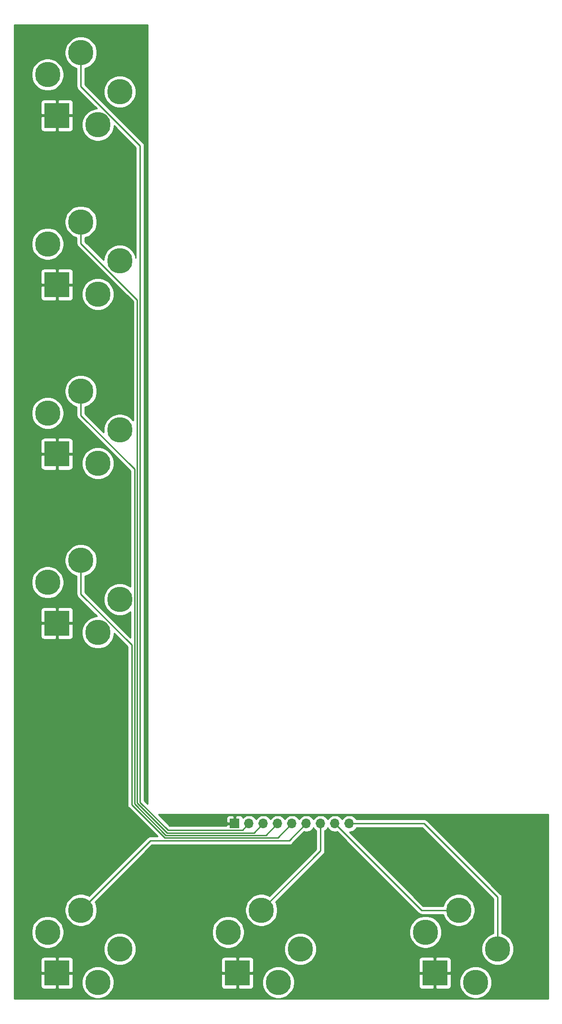
<source format=gbr>
%TF.GenerationSoftware,KiCad,Pcbnew,5.1.6-c6e7f7d~87~ubuntu20.04.1*%
%TF.CreationDate,2020-10-18T20:27:54-04:00*%
%TF.ProjectId,stereoout,73746572-656f-46f7-9574-2e6b69636164,rev?*%
%TF.SameCoordinates,Original*%
%TF.FileFunction,Copper,L1,Top*%
%TF.FilePolarity,Positive*%
%FSLAX46Y46*%
G04 Gerber Fmt 4.6, Leading zero omitted, Abs format (unit mm)*
G04 Created by KiCad (PCBNEW 5.1.6-c6e7f7d~87~ubuntu20.04.1) date 2020-10-18 20:27:54*
%MOMM*%
%LPD*%
G01*
G04 APERTURE LIST*
%TA.AperFunction,ComponentPad*%
%ADD10C,4.500001*%
%TD*%
%TA.AperFunction,ComponentPad*%
%ADD11C,4.500000*%
%TD*%
%TA.AperFunction,ComponentPad*%
%ADD12R,4.500001X4.500001*%
%TD*%
%TA.AperFunction,ComponentPad*%
%ADD13O,1.700000X1.700000*%
%TD*%
%TA.AperFunction,ComponentPad*%
%ADD14R,1.700000X1.700000*%
%TD*%
%TA.AperFunction,Conductor*%
%ADD15C,0.250000*%
%TD*%
%TA.AperFunction,Conductor*%
%ADD16C,0.254000*%
%TD*%
G04 APERTURE END LIST*
D10*
%TO.P,J6,RN*%
%TO.N,N/C*%
X167500000Y-32400000D03*
D11*
%TO.P,J6,TN*%
X158600000Y-23500000D03*
D10*
%TO.P,J6,R*%
X171400000Y-26500000D03*
D12*
%TO.P,J6,S*%
%TO.N,GND*%
X160260000Y-30740000D03*
D11*
%TO.P,J6,T*%
%TO.N,Net-(J13-Pad2)*%
X164500000Y-19600000D03*
%TD*%
D13*
%TO.P,J13,9*%
%TO.N,Net-(J12-PadR)*%
X212090000Y-156260000D03*
%TO.P,J13,8*%
%TO.N,Net-(J12-PadT)*%
X209550000Y-156260000D03*
%TO.P,J13,7*%
%TO.N,Net-(J11-PadT)*%
X207010000Y-156260000D03*
%TO.P,J13,6*%
%TO.N,Net-(J10-PadT)*%
X204470000Y-156260000D03*
%TO.P,J13,5*%
%TO.N,Net-(J13-Pad5)*%
X201930000Y-156260000D03*
%TO.P,J13,4*%
%TO.N,Net-(J13-Pad4)*%
X199390000Y-156260000D03*
%TO.P,J13,3*%
%TO.N,Net-(J13-Pad3)*%
X196850000Y-156260000D03*
%TO.P,J13,2*%
%TO.N,Net-(J13-Pad2)*%
X194310000Y-156260000D03*
D14*
%TO.P,J13,1*%
%TO.N,GND*%
X191770000Y-156260000D03*
%TD*%
D10*
%TO.P,J7,RN*%
%TO.N,N/C*%
X167500000Y-62400000D03*
D11*
%TO.P,J7,TN*%
X158600000Y-53500000D03*
D10*
%TO.P,J7,R*%
X171400000Y-56500000D03*
D12*
%TO.P,J7,S*%
%TO.N,GND*%
X160260000Y-60740000D03*
D11*
%TO.P,J7,T*%
%TO.N,Net-(J13-Pad3)*%
X164500000Y-49600000D03*
%TD*%
D10*
%TO.P,J12,RN*%
%TO.N,N/C*%
X234500000Y-184400000D03*
D11*
%TO.P,J12,TN*%
X225600000Y-175500000D03*
D10*
%TO.P,J12,R*%
%TO.N,Net-(J12-PadR)*%
X238400000Y-178500000D03*
D12*
%TO.P,J12,S*%
%TO.N,GND*%
X227260000Y-182740000D03*
D11*
%TO.P,J12,T*%
%TO.N,Net-(J12-PadT)*%
X231500000Y-171600000D03*
%TD*%
D10*
%TO.P,J11,RN*%
%TO.N,N/C*%
X199500000Y-184400000D03*
D11*
%TO.P,J11,TN*%
X190600000Y-175500000D03*
D10*
%TO.P,J11,R*%
X203400000Y-178500000D03*
D12*
%TO.P,J11,S*%
%TO.N,GND*%
X192260000Y-182740000D03*
D11*
%TO.P,J11,T*%
%TO.N,Net-(J11-PadT)*%
X196500000Y-171600000D03*
%TD*%
D10*
%TO.P,J9,RN*%
%TO.N,N/C*%
X167500000Y-122400000D03*
D11*
%TO.P,J9,TN*%
X158600000Y-113500000D03*
D10*
%TO.P,J9,R*%
X171400000Y-116500000D03*
D12*
%TO.P,J9,S*%
%TO.N,GND*%
X160260000Y-120740000D03*
D11*
%TO.P,J9,T*%
%TO.N,Net-(J13-Pad5)*%
X164500000Y-109600000D03*
%TD*%
D10*
%TO.P,J8,RN*%
%TO.N,N/C*%
X167500000Y-92400000D03*
D11*
%TO.P,J8,TN*%
X158600000Y-83500000D03*
D10*
%TO.P,J8,R*%
X171400000Y-86500000D03*
D12*
%TO.P,J8,S*%
%TO.N,GND*%
X160260000Y-90740000D03*
D11*
%TO.P,J8,T*%
%TO.N,Net-(J13-Pad4)*%
X164500000Y-79600000D03*
%TD*%
D10*
%TO.P,J10,RN*%
%TO.N,N/C*%
X167500000Y-184400000D03*
D11*
%TO.P,J10,TN*%
X158600000Y-175500000D03*
D10*
%TO.P,J10,R*%
X171400000Y-178500000D03*
D12*
%TO.P,J10,S*%
%TO.N,GND*%
X160260000Y-182740000D03*
D11*
%TO.P,J10,T*%
%TO.N,Net-(J10-PadT)*%
X164500000Y-171600000D03*
%TD*%
D15*
%TO.N,Net-(J13-Pad2)*%
X164500000Y-25588998D02*
X175000000Y-36088998D01*
X175000000Y-152494988D02*
X179940013Y-157435001D01*
X164500000Y-19600000D02*
X164500000Y-25588998D01*
X179940013Y-157435001D02*
X193134999Y-157435001D01*
X175000000Y-36088998D02*
X175000000Y-152494988D01*
X193134999Y-157435001D02*
X194310000Y-156260000D01*
%TO.N,Net-(J13-Pad3)*%
X174500000Y-152631398D02*
X174500000Y-63411002D01*
X196850000Y-156260000D02*
X195224990Y-157885010D01*
X179753612Y-157885010D02*
X174500000Y-152631398D01*
X174500000Y-63411002D02*
X164500000Y-53411002D01*
X164500000Y-53411002D02*
X164500000Y-49600000D01*
X195224990Y-157885010D02*
X179753612Y-157885010D01*
%TO.N,Net-(J13-Pad4)*%
X199390000Y-156260000D02*
X197314980Y-158335020D01*
X164500000Y-83900000D02*
X164500000Y-79600000D01*
X174000000Y-152767808D02*
X174000000Y-93400000D01*
X197314980Y-158335020D02*
X179567212Y-158335020D01*
X174000000Y-93400000D02*
X164500000Y-83900000D01*
X179567212Y-158335020D02*
X174000000Y-152767808D01*
%TO.N,Net-(J13-Pad5)*%
X179380812Y-158785030D02*
X199404970Y-158785030D01*
X173497891Y-152902109D02*
X179380812Y-158785030D01*
X199404970Y-158785030D02*
X201930000Y-156260000D01*
X164500000Y-109600000D02*
X164500000Y-115588998D01*
X173497891Y-149302109D02*
X173497891Y-152902109D01*
X164500000Y-115588998D02*
X173500000Y-124588998D01*
X173500000Y-149300000D02*
X173497891Y-149302109D01*
X173500000Y-124588998D02*
X173500000Y-149300000D01*
%TO.N,Net-(J10-PadT)*%
X164500000Y-171600000D02*
X176800000Y-159300000D01*
X176800000Y-159300000D02*
X201430000Y-159300000D01*
X201430000Y-159300000D02*
X204470000Y-156260000D01*
%TO.N,Net-(J11-PadT)*%
X207010000Y-156260000D02*
X207010000Y-161090000D01*
X207010000Y-161090000D02*
X196500000Y-171600000D01*
%TO.N,Net-(J12-PadR)*%
X238400000Y-169300000D02*
X225360000Y-156260000D01*
X238400000Y-178500000D02*
X238400000Y-169300000D01*
X225360000Y-156260000D02*
X212090000Y-156260000D01*
%TO.N,Net-(J12-PadT)*%
X231500000Y-171600000D02*
X224890000Y-171600000D01*
X224890000Y-171600000D02*
X209550000Y-156260000D01*
%TD*%
D16*
%TO.N,GND*%
G36*
X176340001Y-152760188D02*
G01*
X175760000Y-152180187D01*
X175760000Y-36126320D01*
X175763676Y-36088997D01*
X175760000Y-36051674D01*
X175760000Y-36051665D01*
X175749003Y-35940012D01*
X175705546Y-35796751D01*
X175634974Y-35664722D01*
X175621811Y-35648683D01*
X175563799Y-35577994D01*
X175563795Y-35577990D01*
X175540001Y-35548997D01*
X175511009Y-35525205D01*
X166201656Y-26215852D01*
X168515000Y-26215852D01*
X168515000Y-26784148D01*
X168625869Y-27341523D01*
X168843346Y-27866560D01*
X169159074Y-28339080D01*
X169560920Y-28740926D01*
X170033440Y-29056654D01*
X170558477Y-29274131D01*
X171115852Y-29385000D01*
X171684148Y-29385000D01*
X172241523Y-29274131D01*
X172766560Y-29056654D01*
X173239080Y-28740926D01*
X173640926Y-28339080D01*
X173956654Y-27866560D01*
X174174131Y-27341523D01*
X174285000Y-26784148D01*
X174285000Y-26215852D01*
X174174131Y-25658477D01*
X173956654Y-25133440D01*
X173640926Y-24660920D01*
X173239080Y-24259074D01*
X172766560Y-23943346D01*
X172241523Y-23725869D01*
X171684148Y-23615000D01*
X171115852Y-23615000D01*
X170558477Y-23725869D01*
X170033440Y-23943346D01*
X169560920Y-24259074D01*
X169159074Y-24660920D01*
X168843346Y-25133440D01*
X168625869Y-25658477D01*
X168515000Y-26215852D01*
X166201656Y-26215852D01*
X165260000Y-25274197D01*
X165260000Y-22390347D01*
X165341523Y-22374131D01*
X165866560Y-22156654D01*
X166339080Y-21840926D01*
X166740926Y-21439080D01*
X167056654Y-20966560D01*
X167274131Y-20441523D01*
X167385000Y-19884148D01*
X167385000Y-19315852D01*
X167274131Y-18758477D01*
X167056654Y-18233440D01*
X166740926Y-17760920D01*
X166339080Y-17359074D01*
X165866560Y-17043346D01*
X165341523Y-16825869D01*
X164784148Y-16715000D01*
X164215852Y-16715000D01*
X163658477Y-16825869D01*
X163133440Y-17043346D01*
X162660920Y-17359074D01*
X162259074Y-17760920D01*
X161943346Y-18233440D01*
X161725869Y-18758477D01*
X161615000Y-19315852D01*
X161615000Y-19884148D01*
X161725869Y-20441523D01*
X161943346Y-20966560D01*
X162259074Y-21439080D01*
X162660920Y-21840926D01*
X163133440Y-22156654D01*
X163658477Y-22374131D01*
X163740000Y-22390347D01*
X163740001Y-25551666D01*
X163736324Y-25588998D01*
X163740001Y-25626331D01*
X163750998Y-25737984D01*
X163764180Y-25781440D01*
X163794454Y-25881244D01*
X163865026Y-26013274D01*
X163936201Y-26100000D01*
X163960000Y-26128999D01*
X163988998Y-26152797D01*
X167351200Y-29515000D01*
X167215852Y-29515000D01*
X166658477Y-29625869D01*
X166133440Y-29843346D01*
X165660920Y-30159074D01*
X165259074Y-30560920D01*
X164943346Y-31033440D01*
X164725869Y-31558477D01*
X164615000Y-32115852D01*
X164615000Y-32684148D01*
X164725869Y-33241523D01*
X164943346Y-33766560D01*
X165259074Y-34239080D01*
X165660920Y-34640926D01*
X166133440Y-34956654D01*
X166658477Y-35174131D01*
X167215852Y-35285000D01*
X167784148Y-35285000D01*
X168341523Y-35174131D01*
X168866560Y-34956654D01*
X169339080Y-34640926D01*
X169740926Y-34239080D01*
X170056654Y-33766560D01*
X170274131Y-33241523D01*
X170385000Y-32684148D01*
X170385000Y-32548800D01*
X174240000Y-36403801D01*
X174240000Y-55989623D01*
X174174131Y-55658477D01*
X173956654Y-55133440D01*
X173640926Y-54660920D01*
X173239080Y-54259074D01*
X172766560Y-53943346D01*
X172241523Y-53725869D01*
X171684148Y-53615000D01*
X171115852Y-53615000D01*
X170558477Y-53725869D01*
X170033440Y-53943346D01*
X169560920Y-54259074D01*
X169159074Y-54660920D01*
X168843346Y-55133440D01*
X168625869Y-55658477D01*
X168515000Y-56215852D01*
X168515000Y-56351201D01*
X165260000Y-53096201D01*
X165260000Y-52390347D01*
X165341523Y-52374131D01*
X165866560Y-52156654D01*
X166339080Y-51840926D01*
X166740926Y-51439080D01*
X167056654Y-50966560D01*
X167274131Y-50441523D01*
X167385000Y-49884148D01*
X167385000Y-49315852D01*
X167274131Y-48758477D01*
X167056654Y-48233440D01*
X166740926Y-47760920D01*
X166339080Y-47359074D01*
X165866560Y-47043346D01*
X165341523Y-46825869D01*
X164784148Y-46715000D01*
X164215852Y-46715000D01*
X163658477Y-46825869D01*
X163133440Y-47043346D01*
X162660920Y-47359074D01*
X162259074Y-47760920D01*
X161943346Y-48233440D01*
X161725869Y-48758477D01*
X161615000Y-49315852D01*
X161615000Y-49884148D01*
X161725869Y-50441523D01*
X161943346Y-50966560D01*
X162259074Y-51439080D01*
X162660920Y-51840926D01*
X163133440Y-52156654D01*
X163658477Y-52374131D01*
X163740000Y-52390347D01*
X163740000Y-53373679D01*
X163736324Y-53411002D01*
X163740000Y-53448324D01*
X163740000Y-53448334D01*
X163750997Y-53559987D01*
X163767685Y-53615000D01*
X163794454Y-53703248D01*
X163865026Y-53835278D01*
X163904871Y-53883828D01*
X163959999Y-53951003D01*
X163989003Y-53974806D01*
X173740001Y-63725805D01*
X173740001Y-84809196D01*
X173640926Y-84660920D01*
X173239080Y-84259074D01*
X172766560Y-83943346D01*
X172241523Y-83725869D01*
X171684148Y-83615000D01*
X171115852Y-83615000D01*
X170558477Y-83725869D01*
X170033440Y-83943346D01*
X169560920Y-84259074D01*
X169159074Y-84660920D01*
X168843346Y-85133440D01*
X168625869Y-85658477D01*
X168515000Y-86215852D01*
X168515000Y-86784148D01*
X168528918Y-86854116D01*
X165260000Y-83585199D01*
X165260000Y-82390347D01*
X165341523Y-82374131D01*
X165866560Y-82156654D01*
X166339080Y-81840926D01*
X166740926Y-81439080D01*
X167056654Y-80966560D01*
X167274131Y-80441523D01*
X167385000Y-79884148D01*
X167385000Y-79315852D01*
X167274131Y-78758477D01*
X167056654Y-78233440D01*
X166740926Y-77760920D01*
X166339080Y-77359074D01*
X165866560Y-77043346D01*
X165341523Y-76825869D01*
X164784148Y-76715000D01*
X164215852Y-76715000D01*
X163658477Y-76825869D01*
X163133440Y-77043346D01*
X162660920Y-77359074D01*
X162259074Y-77760920D01*
X161943346Y-78233440D01*
X161725869Y-78758477D01*
X161615000Y-79315852D01*
X161615000Y-79884148D01*
X161725869Y-80441523D01*
X161943346Y-80966560D01*
X162259074Y-81439080D01*
X162660920Y-81840926D01*
X163133440Y-82156654D01*
X163658477Y-82374131D01*
X163740000Y-82390347D01*
X163740000Y-83862677D01*
X163736324Y-83900000D01*
X163740000Y-83937322D01*
X163740000Y-83937332D01*
X163750997Y-84048985D01*
X163794454Y-84192246D01*
X163865026Y-84324276D01*
X163904871Y-84372826D01*
X163959999Y-84440001D01*
X163989003Y-84463804D01*
X173240001Y-93714803D01*
X173240001Y-114259995D01*
X173239080Y-114259074D01*
X172766560Y-113943346D01*
X172241523Y-113725869D01*
X171684148Y-113615000D01*
X171115852Y-113615000D01*
X170558477Y-113725869D01*
X170033440Y-113943346D01*
X169560920Y-114259074D01*
X169159074Y-114660920D01*
X168843346Y-115133440D01*
X168625869Y-115658477D01*
X168515000Y-116215852D01*
X168515000Y-116784148D01*
X168625869Y-117341523D01*
X168843346Y-117866560D01*
X169159074Y-118339080D01*
X169560920Y-118740926D01*
X170033440Y-119056654D01*
X170558477Y-119274131D01*
X171115852Y-119385000D01*
X171684148Y-119385000D01*
X172241523Y-119274131D01*
X172766560Y-119056654D01*
X173239080Y-118740926D01*
X173240001Y-118740005D01*
X173240000Y-123254197D01*
X165260000Y-115274197D01*
X165260000Y-112390347D01*
X165341523Y-112374131D01*
X165866560Y-112156654D01*
X166339080Y-111840926D01*
X166740926Y-111439080D01*
X167056654Y-110966560D01*
X167274131Y-110441523D01*
X167385000Y-109884148D01*
X167385000Y-109315852D01*
X167274131Y-108758477D01*
X167056654Y-108233440D01*
X166740926Y-107760920D01*
X166339080Y-107359074D01*
X165866560Y-107043346D01*
X165341523Y-106825869D01*
X164784148Y-106715000D01*
X164215852Y-106715000D01*
X163658477Y-106825869D01*
X163133440Y-107043346D01*
X162660920Y-107359074D01*
X162259074Y-107760920D01*
X161943346Y-108233440D01*
X161725869Y-108758477D01*
X161615000Y-109315852D01*
X161615000Y-109884148D01*
X161725869Y-110441523D01*
X161943346Y-110966560D01*
X162259074Y-111439080D01*
X162660920Y-111840926D01*
X163133440Y-112156654D01*
X163658477Y-112374131D01*
X163740000Y-112390347D01*
X163740001Y-115551666D01*
X163736324Y-115588998D01*
X163740001Y-115626331D01*
X163750998Y-115737984D01*
X163764180Y-115781440D01*
X163794454Y-115881244D01*
X163865026Y-116013274D01*
X163936201Y-116100000D01*
X163960000Y-116128999D01*
X163988998Y-116152797D01*
X167351201Y-119515000D01*
X167215852Y-119515000D01*
X166658477Y-119625869D01*
X166133440Y-119843346D01*
X165660920Y-120159074D01*
X165259074Y-120560920D01*
X164943346Y-121033440D01*
X164725869Y-121558477D01*
X164615000Y-122115852D01*
X164615000Y-122684148D01*
X164725869Y-123241523D01*
X164943346Y-123766560D01*
X165259074Y-124239080D01*
X165660920Y-124640926D01*
X166133440Y-124956654D01*
X166658477Y-125174131D01*
X167215852Y-125285000D01*
X167784148Y-125285000D01*
X168341523Y-125174131D01*
X168866560Y-124956654D01*
X169339080Y-124640926D01*
X169740926Y-124239080D01*
X170056654Y-123766560D01*
X170274131Y-123241523D01*
X170385000Y-122684148D01*
X170385000Y-122548800D01*
X172740000Y-124903800D01*
X172740001Y-149243354D01*
X172737891Y-149264777D01*
X172737891Y-149264787D01*
X172734215Y-149302109D01*
X172737891Y-149339432D01*
X172737892Y-152864777D01*
X172734215Y-152902109D01*
X172737892Y-152939442D01*
X172744447Y-153005990D01*
X172748889Y-153051094D01*
X172792345Y-153194355D01*
X172862917Y-153326385D01*
X172912901Y-153387290D01*
X172957891Y-153442110D01*
X172986889Y-153465908D01*
X178060980Y-158540000D01*
X176837323Y-158540000D01*
X176800000Y-158536324D01*
X176762677Y-158540000D01*
X176762667Y-158540000D01*
X176651014Y-158550997D01*
X176507753Y-158594454D01*
X176375724Y-158665026D01*
X176259999Y-158759999D01*
X176236201Y-158788997D01*
X165935673Y-169089526D01*
X165866560Y-169043346D01*
X165341523Y-168825869D01*
X164784148Y-168715000D01*
X164215852Y-168715000D01*
X163658477Y-168825869D01*
X163133440Y-169043346D01*
X162660920Y-169359074D01*
X162259074Y-169760920D01*
X161943346Y-170233440D01*
X161725869Y-170758477D01*
X161615000Y-171315852D01*
X161615000Y-171884148D01*
X161725869Y-172441523D01*
X161943346Y-172966560D01*
X162259074Y-173439080D01*
X162660920Y-173840926D01*
X163133440Y-174156654D01*
X163658477Y-174374131D01*
X164215852Y-174485000D01*
X164784148Y-174485000D01*
X165341523Y-174374131D01*
X165866560Y-174156654D01*
X166339080Y-173840926D01*
X166740926Y-173439080D01*
X167056654Y-172966560D01*
X167274131Y-172441523D01*
X167385000Y-171884148D01*
X167385000Y-171315852D01*
X167274131Y-170758477D01*
X167056654Y-170233440D01*
X167010474Y-170164327D01*
X177114802Y-160060000D01*
X201392678Y-160060000D01*
X201430000Y-160063676D01*
X201467322Y-160060000D01*
X201467333Y-160060000D01*
X201578986Y-160049003D01*
X201722247Y-160005546D01*
X201854276Y-159934974D01*
X201970001Y-159840001D01*
X201993804Y-159810997D01*
X204103592Y-157701210D01*
X204323740Y-157745000D01*
X204616260Y-157745000D01*
X204903158Y-157687932D01*
X205173411Y-157575990D01*
X205416632Y-157413475D01*
X205623475Y-157206632D01*
X205740000Y-157032240D01*
X205856525Y-157206632D01*
X206063368Y-157413475D01*
X206250000Y-157538179D01*
X206250001Y-160775197D01*
X197935673Y-169089526D01*
X197866560Y-169043346D01*
X197341523Y-168825869D01*
X196784148Y-168715000D01*
X196215852Y-168715000D01*
X195658477Y-168825869D01*
X195133440Y-169043346D01*
X194660920Y-169359074D01*
X194259074Y-169760920D01*
X193943346Y-170233440D01*
X193725869Y-170758477D01*
X193615000Y-171315852D01*
X193615000Y-171884148D01*
X193725869Y-172441523D01*
X193943346Y-172966560D01*
X194259074Y-173439080D01*
X194660920Y-173840926D01*
X195133440Y-174156654D01*
X195658477Y-174374131D01*
X196215852Y-174485000D01*
X196784148Y-174485000D01*
X197341523Y-174374131D01*
X197866560Y-174156654D01*
X198339080Y-173840926D01*
X198740926Y-173439080D01*
X199056654Y-172966560D01*
X199274131Y-172441523D01*
X199385000Y-171884148D01*
X199385000Y-171315852D01*
X199274131Y-170758477D01*
X199056654Y-170233440D01*
X199010474Y-170164327D01*
X207521003Y-161653799D01*
X207550001Y-161630001D01*
X207644974Y-161514276D01*
X207715546Y-161382247D01*
X207759003Y-161238986D01*
X207770000Y-161127333D01*
X207773677Y-161090000D01*
X207770000Y-161052667D01*
X207770000Y-157538178D01*
X207956632Y-157413475D01*
X208163475Y-157206632D01*
X208280000Y-157032240D01*
X208396525Y-157206632D01*
X208603368Y-157413475D01*
X208846589Y-157575990D01*
X209116842Y-157687932D01*
X209403740Y-157745000D01*
X209696260Y-157745000D01*
X209916408Y-157701209D01*
X224326201Y-172111003D01*
X224349999Y-172140001D01*
X224378997Y-172163799D01*
X224465723Y-172234974D01*
X224597753Y-172305546D01*
X224741014Y-172349003D01*
X224852667Y-172360000D01*
X224852676Y-172360000D01*
X224889999Y-172363676D01*
X224927322Y-172360000D01*
X228709653Y-172360000D01*
X228725869Y-172441523D01*
X228943346Y-172966560D01*
X229259074Y-173439080D01*
X229660920Y-173840926D01*
X230133440Y-174156654D01*
X230658477Y-174374131D01*
X231215852Y-174485000D01*
X231784148Y-174485000D01*
X232341523Y-174374131D01*
X232866560Y-174156654D01*
X233339080Y-173840926D01*
X233740926Y-173439080D01*
X234056654Y-172966560D01*
X234274131Y-172441523D01*
X234385000Y-171884148D01*
X234385000Y-171315852D01*
X234274131Y-170758477D01*
X234056654Y-170233440D01*
X233740926Y-169760920D01*
X233339080Y-169359074D01*
X232866560Y-169043346D01*
X232341523Y-168825869D01*
X231784148Y-168715000D01*
X231215852Y-168715000D01*
X230658477Y-168825869D01*
X230133440Y-169043346D01*
X229660920Y-169359074D01*
X229259074Y-169760920D01*
X228943346Y-170233440D01*
X228725869Y-170758477D01*
X228709653Y-170840000D01*
X225204802Y-170840000D01*
X212109801Y-157745000D01*
X212236260Y-157745000D01*
X212523158Y-157687932D01*
X212793411Y-157575990D01*
X213036632Y-157413475D01*
X213243475Y-157206632D01*
X213368178Y-157020000D01*
X225045199Y-157020000D01*
X237640001Y-169614803D01*
X237640000Y-175709653D01*
X237558477Y-175725869D01*
X237033440Y-175943346D01*
X236560920Y-176259074D01*
X236159074Y-176660920D01*
X235843346Y-177133440D01*
X235625869Y-177658477D01*
X235515000Y-178215852D01*
X235515000Y-178784148D01*
X235625869Y-179341523D01*
X235843346Y-179866560D01*
X236159074Y-180339080D01*
X236560920Y-180740926D01*
X237033440Y-181056654D01*
X237558477Y-181274131D01*
X238115852Y-181385000D01*
X238684148Y-181385000D01*
X239241523Y-181274131D01*
X239766560Y-181056654D01*
X240239080Y-180740926D01*
X240640926Y-180339080D01*
X240956654Y-179866560D01*
X241174131Y-179341523D01*
X241285000Y-178784148D01*
X241285000Y-178215852D01*
X241174131Y-177658477D01*
X240956654Y-177133440D01*
X240640926Y-176660920D01*
X240239080Y-176259074D01*
X239766560Y-175943346D01*
X239241523Y-175725869D01*
X239160000Y-175709653D01*
X239160000Y-169337323D01*
X239163676Y-169300000D01*
X239160000Y-169262677D01*
X239160000Y-169262667D01*
X239149003Y-169151014D01*
X239105546Y-169007753D01*
X239034974Y-168875724D01*
X238940001Y-168759999D01*
X238911003Y-168736201D01*
X225923804Y-155749003D01*
X225900001Y-155719999D01*
X225784276Y-155625026D01*
X225652247Y-155554454D01*
X225508986Y-155510997D01*
X225397333Y-155500000D01*
X225397322Y-155500000D01*
X225360000Y-155496324D01*
X225322678Y-155500000D01*
X213368178Y-155500000D01*
X213243475Y-155313368D01*
X213036632Y-155106525D01*
X212793411Y-154944010D01*
X212523158Y-154832068D01*
X212236260Y-154775000D01*
X211943740Y-154775000D01*
X211656842Y-154832068D01*
X211386589Y-154944010D01*
X211143368Y-155106525D01*
X210936525Y-155313368D01*
X210820000Y-155487760D01*
X210703475Y-155313368D01*
X210496632Y-155106525D01*
X210253411Y-154944010D01*
X209983158Y-154832068D01*
X209696260Y-154775000D01*
X209403740Y-154775000D01*
X209116842Y-154832068D01*
X208846589Y-154944010D01*
X208603368Y-155106525D01*
X208396525Y-155313368D01*
X208280000Y-155487760D01*
X208163475Y-155313368D01*
X207956632Y-155106525D01*
X207713411Y-154944010D01*
X207443158Y-154832068D01*
X207156260Y-154775000D01*
X206863740Y-154775000D01*
X206576842Y-154832068D01*
X206306589Y-154944010D01*
X206063368Y-155106525D01*
X205856525Y-155313368D01*
X205740000Y-155487760D01*
X205623475Y-155313368D01*
X205416632Y-155106525D01*
X205173411Y-154944010D01*
X204903158Y-154832068D01*
X204616260Y-154775000D01*
X204323740Y-154775000D01*
X204036842Y-154832068D01*
X203766589Y-154944010D01*
X203523368Y-155106525D01*
X203316525Y-155313368D01*
X203200000Y-155487760D01*
X203083475Y-155313368D01*
X202876632Y-155106525D01*
X202633411Y-154944010D01*
X202363158Y-154832068D01*
X202076260Y-154775000D01*
X201783740Y-154775000D01*
X201496842Y-154832068D01*
X201226589Y-154944010D01*
X200983368Y-155106525D01*
X200776525Y-155313368D01*
X200660000Y-155487760D01*
X200543475Y-155313368D01*
X200336632Y-155106525D01*
X200093411Y-154944010D01*
X199823158Y-154832068D01*
X199536260Y-154775000D01*
X199243740Y-154775000D01*
X198956842Y-154832068D01*
X198686589Y-154944010D01*
X198443368Y-155106525D01*
X198236525Y-155313368D01*
X198120000Y-155487760D01*
X198003475Y-155313368D01*
X197796632Y-155106525D01*
X197553411Y-154944010D01*
X197283158Y-154832068D01*
X196996260Y-154775000D01*
X196703740Y-154775000D01*
X196416842Y-154832068D01*
X196146589Y-154944010D01*
X195903368Y-155106525D01*
X195696525Y-155313368D01*
X195580000Y-155487760D01*
X195463475Y-155313368D01*
X195256632Y-155106525D01*
X195013411Y-154944010D01*
X194743158Y-154832068D01*
X194456260Y-154775000D01*
X194163740Y-154775000D01*
X193876842Y-154832068D01*
X193606589Y-154944010D01*
X193363368Y-155106525D01*
X193231513Y-155238380D01*
X193209502Y-155165820D01*
X193150537Y-155055506D01*
X193071185Y-154958815D01*
X192974494Y-154879463D01*
X192864180Y-154820498D01*
X192744482Y-154784188D01*
X192620000Y-154771928D01*
X192055750Y-154775000D01*
X191897000Y-154933750D01*
X191897000Y-156133000D01*
X191917000Y-156133000D01*
X191917000Y-156387000D01*
X191897000Y-156387000D01*
X191897000Y-156407000D01*
X191643000Y-156407000D01*
X191643000Y-156387000D01*
X190443750Y-156387000D01*
X190285000Y-156545750D01*
X190284296Y-156675001D01*
X180254816Y-156675001D01*
X178989815Y-155410000D01*
X190281928Y-155410000D01*
X190285000Y-155974250D01*
X190443750Y-156133000D01*
X191643000Y-156133000D01*
X191643000Y-154933750D01*
X191484250Y-154775000D01*
X190920000Y-154771928D01*
X190795518Y-154784188D01*
X190675820Y-154820498D01*
X190565506Y-154879463D01*
X190468815Y-154958815D01*
X190389463Y-155055506D01*
X190330498Y-155165820D01*
X190294188Y-155285518D01*
X190281928Y-155410000D01*
X178989815Y-155410000D01*
X178239814Y-154660000D01*
X247340000Y-154660000D01*
X247340001Y-187340000D01*
X152660000Y-187340000D01*
X152660000Y-184990000D01*
X157371928Y-184990000D01*
X157384188Y-185114482D01*
X157420498Y-185234180D01*
X157479463Y-185344494D01*
X157558815Y-185441185D01*
X157655506Y-185520537D01*
X157765820Y-185579502D01*
X157885518Y-185615812D01*
X158010000Y-185628072D01*
X159974250Y-185625000D01*
X160133000Y-185466250D01*
X160133000Y-182867000D01*
X160387000Y-182867000D01*
X160387000Y-185466250D01*
X160545750Y-185625000D01*
X162510000Y-185628072D01*
X162634482Y-185615812D01*
X162754180Y-185579502D01*
X162864494Y-185520537D01*
X162961185Y-185441185D01*
X163040537Y-185344494D01*
X163099502Y-185234180D01*
X163135812Y-185114482D01*
X163148072Y-184990000D01*
X163146705Y-184115852D01*
X164615000Y-184115852D01*
X164615000Y-184684148D01*
X164725869Y-185241523D01*
X164943346Y-185766560D01*
X165259074Y-186239080D01*
X165660920Y-186640926D01*
X166133440Y-186956654D01*
X166658477Y-187174131D01*
X167215852Y-187285000D01*
X167784148Y-187285000D01*
X168341523Y-187174131D01*
X168866560Y-186956654D01*
X169339080Y-186640926D01*
X169740926Y-186239080D01*
X170056654Y-185766560D01*
X170274131Y-185241523D01*
X170324162Y-184990000D01*
X189371928Y-184990000D01*
X189384188Y-185114482D01*
X189420498Y-185234180D01*
X189479463Y-185344494D01*
X189558815Y-185441185D01*
X189655506Y-185520537D01*
X189765820Y-185579502D01*
X189885518Y-185615812D01*
X190010000Y-185628072D01*
X191974250Y-185625000D01*
X192133000Y-185466250D01*
X192133000Y-182867000D01*
X192387000Y-182867000D01*
X192387000Y-185466250D01*
X192545750Y-185625000D01*
X194510000Y-185628072D01*
X194634482Y-185615812D01*
X194754180Y-185579502D01*
X194864494Y-185520537D01*
X194961185Y-185441185D01*
X195040537Y-185344494D01*
X195099502Y-185234180D01*
X195135812Y-185114482D01*
X195148072Y-184990000D01*
X195146705Y-184115852D01*
X196615000Y-184115852D01*
X196615000Y-184684148D01*
X196725869Y-185241523D01*
X196943346Y-185766560D01*
X197259074Y-186239080D01*
X197660920Y-186640926D01*
X198133440Y-186956654D01*
X198658477Y-187174131D01*
X199215852Y-187285000D01*
X199784148Y-187285000D01*
X200341523Y-187174131D01*
X200866560Y-186956654D01*
X201339080Y-186640926D01*
X201740926Y-186239080D01*
X202056654Y-185766560D01*
X202274131Y-185241523D01*
X202324162Y-184990000D01*
X224371928Y-184990000D01*
X224384188Y-185114482D01*
X224420498Y-185234180D01*
X224479463Y-185344494D01*
X224558815Y-185441185D01*
X224655506Y-185520537D01*
X224765820Y-185579502D01*
X224885518Y-185615812D01*
X225010000Y-185628072D01*
X226974250Y-185625000D01*
X227133000Y-185466250D01*
X227133000Y-182867000D01*
X227387000Y-182867000D01*
X227387000Y-185466250D01*
X227545750Y-185625000D01*
X229510000Y-185628072D01*
X229634482Y-185615812D01*
X229754180Y-185579502D01*
X229864494Y-185520537D01*
X229961185Y-185441185D01*
X230040537Y-185344494D01*
X230099502Y-185234180D01*
X230135812Y-185114482D01*
X230148072Y-184990000D01*
X230146705Y-184115852D01*
X231615000Y-184115852D01*
X231615000Y-184684148D01*
X231725869Y-185241523D01*
X231943346Y-185766560D01*
X232259074Y-186239080D01*
X232660920Y-186640926D01*
X233133440Y-186956654D01*
X233658477Y-187174131D01*
X234215852Y-187285000D01*
X234784148Y-187285000D01*
X235341523Y-187174131D01*
X235866560Y-186956654D01*
X236339080Y-186640926D01*
X236740926Y-186239080D01*
X237056654Y-185766560D01*
X237274131Y-185241523D01*
X237385000Y-184684148D01*
X237385000Y-184115852D01*
X237274131Y-183558477D01*
X237056654Y-183033440D01*
X236740926Y-182560920D01*
X236339080Y-182159074D01*
X235866560Y-181843346D01*
X235341523Y-181625869D01*
X234784148Y-181515000D01*
X234215852Y-181515000D01*
X233658477Y-181625869D01*
X233133440Y-181843346D01*
X232660920Y-182159074D01*
X232259074Y-182560920D01*
X231943346Y-183033440D01*
X231725869Y-183558477D01*
X231615000Y-184115852D01*
X230146705Y-184115852D01*
X230145000Y-183025750D01*
X229986250Y-182867000D01*
X227387000Y-182867000D01*
X227133000Y-182867000D01*
X224533750Y-182867000D01*
X224375000Y-183025750D01*
X224371928Y-184990000D01*
X202324162Y-184990000D01*
X202385000Y-184684148D01*
X202385000Y-184115852D01*
X202274131Y-183558477D01*
X202056654Y-183033440D01*
X201740926Y-182560920D01*
X201339080Y-182159074D01*
X200866560Y-181843346D01*
X200341523Y-181625869D01*
X199784148Y-181515000D01*
X199215852Y-181515000D01*
X198658477Y-181625869D01*
X198133440Y-181843346D01*
X197660920Y-182159074D01*
X197259074Y-182560920D01*
X196943346Y-183033440D01*
X196725869Y-183558477D01*
X196615000Y-184115852D01*
X195146705Y-184115852D01*
X195145000Y-183025750D01*
X194986250Y-182867000D01*
X192387000Y-182867000D01*
X192133000Y-182867000D01*
X189533750Y-182867000D01*
X189375000Y-183025750D01*
X189371928Y-184990000D01*
X170324162Y-184990000D01*
X170385000Y-184684148D01*
X170385000Y-184115852D01*
X170274131Y-183558477D01*
X170056654Y-183033440D01*
X169740926Y-182560920D01*
X169339080Y-182159074D01*
X168866560Y-181843346D01*
X168341523Y-181625869D01*
X167784148Y-181515000D01*
X167215852Y-181515000D01*
X166658477Y-181625869D01*
X166133440Y-181843346D01*
X165660920Y-182159074D01*
X165259074Y-182560920D01*
X164943346Y-183033440D01*
X164725869Y-183558477D01*
X164615000Y-184115852D01*
X163146705Y-184115852D01*
X163145000Y-183025750D01*
X162986250Y-182867000D01*
X160387000Y-182867000D01*
X160133000Y-182867000D01*
X157533750Y-182867000D01*
X157375000Y-183025750D01*
X157371928Y-184990000D01*
X152660000Y-184990000D01*
X152660000Y-180490000D01*
X157371928Y-180490000D01*
X157375000Y-182454250D01*
X157533750Y-182613000D01*
X160133000Y-182613000D01*
X160133000Y-180013750D01*
X160387000Y-180013750D01*
X160387000Y-182613000D01*
X162986250Y-182613000D01*
X163145000Y-182454250D01*
X163148072Y-180490000D01*
X163135812Y-180365518D01*
X163099502Y-180245820D01*
X163040537Y-180135506D01*
X162961185Y-180038815D01*
X162864494Y-179959463D01*
X162754180Y-179900498D01*
X162634482Y-179864188D01*
X162510000Y-179851928D01*
X160545750Y-179855000D01*
X160387000Y-180013750D01*
X160133000Y-180013750D01*
X159974250Y-179855000D01*
X158010000Y-179851928D01*
X157885518Y-179864188D01*
X157765820Y-179900498D01*
X157655506Y-179959463D01*
X157558815Y-180038815D01*
X157479463Y-180135506D01*
X157420498Y-180245820D01*
X157384188Y-180365518D01*
X157371928Y-180490000D01*
X152660000Y-180490000D01*
X152660000Y-175215852D01*
X155715000Y-175215852D01*
X155715000Y-175784148D01*
X155825869Y-176341523D01*
X156043346Y-176866560D01*
X156359074Y-177339080D01*
X156760920Y-177740926D01*
X157233440Y-178056654D01*
X157758477Y-178274131D01*
X158315852Y-178385000D01*
X158884148Y-178385000D01*
X159441523Y-178274131D01*
X159582221Y-178215852D01*
X168515000Y-178215852D01*
X168515000Y-178784148D01*
X168625869Y-179341523D01*
X168843346Y-179866560D01*
X169159074Y-180339080D01*
X169560920Y-180740926D01*
X170033440Y-181056654D01*
X170558477Y-181274131D01*
X171115852Y-181385000D01*
X171684148Y-181385000D01*
X172241523Y-181274131D01*
X172766560Y-181056654D01*
X173239080Y-180740926D01*
X173490006Y-180490000D01*
X189371928Y-180490000D01*
X189375000Y-182454250D01*
X189533750Y-182613000D01*
X192133000Y-182613000D01*
X192133000Y-180013750D01*
X192387000Y-180013750D01*
X192387000Y-182613000D01*
X194986250Y-182613000D01*
X195145000Y-182454250D01*
X195148072Y-180490000D01*
X195135812Y-180365518D01*
X195099502Y-180245820D01*
X195040537Y-180135506D01*
X194961185Y-180038815D01*
X194864494Y-179959463D01*
X194754180Y-179900498D01*
X194634482Y-179864188D01*
X194510000Y-179851928D01*
X192545750Y-179855000D01*
X192387000Y-180013750D01*
X192133000Y-180013750D01*
X191974250Y-179855000D01*
X190010000Y-179851928D01*
X189885518Y-179864188D01*
X189765820Y-179900498D01*
X189655506Y-179959463D01*
X189558815Y-180038815D01*
X189479463Y-180135506D01*
X189420498Y-180245820D01*
X189384188Y-180365518D01*
X189371928Y-180490000D01*
X173490006Y-180490000D01*
X173640926Y-180339080D01*
X173956654Y-179866560D01*
X174174131Y-179341523D01*
X174285000Y-178784148D01*
X174285000Y-178215852D01*
X174174131Y-177658477D01*
X173956654Y-177133440D01*
X173640926Y-176660920D01*
X173239080Y-176259074D01*
X172766560Y-175943346D01*
X172241523Y-175725869D01*
X171684148Y-175615000D01*
X171115852Y-175615000D01*
X170558477Y-175725869D01*
X170033440Y-175943346D01*
X169560920Y-176259074D01*
X169159074Y-176660920D01*
X168843346Y-177133440D01*
X168625869Y-177658477D01*
X168515000Y-178215852D01*
X159582221Y-178215852D01*
X159966560Y-178056654D01*
X160439080Y-177740926D01*
X160840926Y-177339080D01*
X161156654Y-176866560D01*
X161374131Y-176341523D01*
X161485000Y-175784148D01*
X161485000Y-175215852D01*
X187715000Y-175215852D01*
X187715000Y-175784148D01*
X187825869Y-176341523D01*
X188043346Y-176866560D01*
X188359074Y-177339080D01*
X188760920Y-177740926D01*
X189233440Y-178056654D01*
X189758477Y-178274131D01*
X190315852Y-178385000D01*
X190884148Y-178385000D01*
X191441523Y-178274131D01*
X191582221Y-178215852D01*
X200515000Y-178215852D01*
X200515000Y-178784148D01*
X200625869Y-179341523D01*
X200843346Y-179866560D01*
X201159074Y-180339080D01*
X201560920Y-180740926D01*
X202033440Y-181056654D01*
X202558477Y-181274131D01*
X203115852Y-181385000D01*
X203684148Y-181385000D01*
X204241523Y-181274131D01*
X204766560Y-181056654D01*
X205239080Y-180740926D01*
X205490006Y-180490000D01*
X224371928Y-180490000D01*
X224375000Y-182454250D01*
X224533750Y-182613000D01*
X227133000Y-182613000D01*
X227133000Y-180013750D01*
X227387000Y-180013750D01*
X227387000Y-182613000D01*
X229986250Y-182613000D01*
X230145000Y-182454250D01*
X230148072Y-180490000D01*
X230135812Y-180365518D01*
X230099502Y-180245820D01*
X230040537Y-180135506D01*
X229961185Y-180038815D01*
X229864494Y-179959463D01*
X229754180Y-179900498D01*
X229634482Y-179864188D01*
X229510000Y-179851928D01*
X227545750Y-179855000D01*
X227387000Y-180013750D01*
X227133000Y-180013750D01*
X226974250Y-179855000D01*
X225010000Y-179851928D01*
X224885518Y-179864188D01*
X224765820Y-179900498D01*
X224655506Y-179959463D01*
X224558815Y-180038815D01*
X224479463Y-180135506D01*
X224420498Y-180245820D01*
X224384188Y-180365518D01*
X224371928Y-180490000D01*
X205490006Y-180490000D01*
X205640926Y-180339080D01*
X205956654Y-179866560D01*
X206174131Y-179341523D01*
X206285000Y-178784148D01*
X206285000Y-178215852D01*
X206174131Y-177658477D01*
X205956654Y-177133440D01*
X205640926Y-176660920D01*
X205239080Y-176259074D01*
X204766560Y-175943346D01*
X204241523Y-175725869D01*
X203684148Y-175615000D01*
X203115852Y-175615000D01*
X202558477Y-175725869D01*
X202033440Y-175943346D01*
X201560920Y-176259074D01*
X201159074Y-176660920D01*
X200843346Y-177133440D01*
X200625869Y-177658477D01*
X200515000Y-178215852D01*
X191582221Y-178215852D01*
X191966560Y-178056654D01*
X192439080Y-177740926D01*
X192840926Y-177339080D01*
X193156654Y-176866560D01*
X193374131Y-176341523D01*
X193485000Y-175784148D01*
X193485000Y-175215852D01*
X222715000Y-175215852D01*
X222715000Y-175784148D01*
X222825869Y-176341523D01*
X223043346Y-176866560D01*
X223359074Y-177339080D01*
X223760920Y-177740926D01*
X224233440Y-178056654D01*
X224758477Y-178274131D01*
X225315852Y-178385000D01*
X225884148Y-178385000D01*
X226441523Y-178274131D01*
X226966560Y-178056654D01*
X227439080Y-177740926D01*
X227840926Y-177339080D01*
X228156654Y-176866560D01*
X228374131Y-176341523D01*
X228485000Y-175784148D01*
X228485000Y-175215852D01*
X228374131Y-174658477D01*
X228156654Y-174133440D01*
X227840926Y-173660920D01*
X227439080Y-173259074D01*
X226966560Y-172943346D01*
X226441523Y-172725869D01*
X225884148Y-172615000D01*
X225315852Y-172615000D01*
X224758477Y-172725869D01*
X224233440Y-172943346D01*
X223760920Y-173259074D01*
X223359074Y-173660920D01*
X223043346Y-174133440D01*
X222825869Y-174658477D01*
X222715000Y-175215852D01*
X193485000Y-175215852D01*
X193374131Y-174658477D01*
X193156654Y-174133440D01*
X192840926Y-173660920D01*
X192439080Y-173259074D01*
X191966560Y-172943346D01*
X191441523Y-172725869D01*
X190884148Y-172615000D01*
X190315852Y-172615000D01*
X189758477Y-172725869D01*
X189233440Y-172943346D01*
X188760920Y-173259074D01*
X188359074Y-173660920D01*
X188043346Y-174133440D01*
X187825869Y-174658477D01*
X187715000Y-175215852D01*
X161485000Y-175215852D01*
X161374131Y-174658477D01*
X161156654Y-174133440D01*
X160840926Y-173660920D01*
X160439080Y-173259074D01*
X159966560Y-172943346D01*
X159441523Y-172725869D01*
X158884148Y-172615000D01*
X158315852Y-172615000D01*
X157758477Y-172725869D01*
X157233440Y-172943346D01*
X156760920Y-173259074D01*
X156359074Y-173660920D01*
X156043346Y-174133440D01*
X155825869Y-174658477D01*
X155715000Y-175215852D01*
X152660000Y-175215852D01*
X152660000Y-122990000D01*
X157371928Y-122990000D01*
X157384188Y-123114482D01*
X157420498Y-123234180D01*
X157479463Y-123344494D01*
X157558815Y-123441185D01*
X157655506Y-123520537D01*
X157765820Y-123579502D01*
X157885518Y-123615812D01*
X158010000Y-123628072D01*
X159974250Y-123625000D01*
X160133000Y-123466250D01*
X160133000Y-120867000D01*
X160387000Y-120867000D01*
X160387000Y-123466250D01*
X160545750Y-123625000D01*
X162510000Y-123628072D01*
X162634482Y-123615812D01*
X162754180Y-123579502D01*
X162864494Y-123520537D01*
X162961185Y-123441185D01*
X163040537Y-123344494D01*
X163099502Y-123234180D01*
X163135812Y-123114482D01*
X163148072Y-122990000D01*
X163145000Y-121025750D01*
X162986250Y-120867000D01*
X160387000Y-120867000D01*
X160133000Y-120867000D01*
X157533750Y-120867000D01*
X157375000Y-121025750D01*
X157371928Y-122990000D01*
X152660000Y-122990000D01*
X152660000Y-118490000D01*
X157371928Y-118490000D01*
X157375000Y-120454250D01*
X157533750Y-120613000D01*
X160133000Y-120613000D01*
X160133000Y-118013750D01*
X160387000Y-118013750D01*
X160387000Y-120613000D01*
X162986250Y-120613000D01*
X163145000Y-120454250D01*
X163148072Y-118490000D01*
X163135812Y-118365518D01*
X163099502Y-118245820D01*
X163040537Y-118135506D01*
X162961185Y-118038815D01*
X162864494Y-117959463D01*
X162754180Y-117900498D01*
X162634482Y-117864188D01*
X162510000Y-117851928D01*
X160545750Y-117855000D01*
X160387000Y-118013750D01*
X160133000Y-118013750D01*
X159974250Y-117855000D01*
X158010000Y-117851928D01*
X157885518Y-117864188D01*
X157765820Y-117900498D01*
X157655506Y-117959463D01*
X157558815Y-118038815D01*
X157479463Y-118135506D01*
X157420498Y-118245820D01*
X157384188Y-118365518D01*
X157371928Y-118490000D01*
X152660000Y-118490000D01*
X152660000Y-113215852D01*
X155715000Y-113215852D01*
X155715000Y-113784148D01*
X155825869Y-114341523D01*
X156043346Y-114866560D01*
X156359074Y-115339080D01*
X156760920Y-115740926D01*
X157233440Y-116056654D01*
X157758477Y-116274131D01*
X158315852Y-116385000D01*
X158884148Y-116385000D01*
X159441523Y-116274131D01*
X159966560Y-116056654D01*
X160439080Y-115740926D01*
X160840926Y-115339080D01*
X161156654Y-114866560D01*
X161374131Y-114341523D01*
X161485000Y-113784148D01*
X161485000Y-113215852D01*
X161374131Y-112658477D01*
X161156654Y-112133440D01*
X160840926Y-111660920D01*
X160439080Y-111259074D01*
X159966560Y-110943346D01*
X159441523Y-110725869D01*
X158884148Y-110615000D01*
X158315852Y-110615000D01*
X157758477Y-110725869D01*
X157233440Y-110943346D01*
X156760920Y-111259074D01*
X156359074Y-111660920D01*
X156043346Y-112133440D01*
X155825869Y-112658477D01*
X155715000Y-113215852D01*
X152660000Y-113215852D01*
X152660000Y-92990000D01*
X157371928Y-92990000D01*
X157384188Y-93114482D01*
X157420498Y-93234180D01*
X157479463Y-93344494D01*
X157558815Y-93441185D01*
X157655506Y-93520537D01*
X157765820Y-93579502D01*
X157885518Y-93615812D01*
X158010000Y-93628072D01*
X159974250Y-93625000D01*
X160133000Y-93466250D01*
X160133000Y-90867000D01*
X160387000Y-90867000D01*
X160387000Y-93466250D01*
X160545750Y-93625000D01*
X162510000Y-93628072D01*
X162634482Y-93615812D01*
X162754180Y-93579502D01*
X162864494Y-93520537D01*
X162961185Y-93441185D01*
X163040537Y-93344494D01*
X163099502Y-93234180D01*
X163135812Y-93114482D01*
X163148072Y-92990000D01*
X163146705Y-92115852D01*
X164615000Y-92115852D01*
X164615000Y-92684148D01*
X164725869Y-93241523D01*
X164943346Y-93766560D01*
X165259074Y-94239080D01*
X165660920Y-94640926D01*
X166133440Y-94956654D01*
X166658477Y-95174131D01*
X167215852Y-95285000D01*
X167784148Y-95285000D01*
X168341523Y-95174131D01*
X168866560Y-94956654D01*
X169339080Y-94640926D01*
X169740926Y-94239080D01*
X170056654Y-93766560D01*
X170274131Y-93241523D01*
X170385000Y-92684148D01*
X170385000Y-92115852D01*
X170274131Y-91558477D01*
X170056654Y-91033440D01*
X169740926Y-90560920D01*
X169339080Y-90159074D01*
X168866560Y-89843346D01*
X168341523Y-89625869D01*
X167784148Y-89515000D01*
X167215852Y-89515000D01*
X166658477Y-89625869D01*
X166133440Y-89843346D01*
X165660920Y-90159074D01*
X165259074Y-90560920D01*
X164943346Y-91033440D01*
X164725869Y-91558477D01*
X164615000Y-92115852D01*
X163146705Y-92115852D01*
X163145000Y-91025750D01*
X162986250Y-90867000D01*
X160387000Y-90867000D01*
X160133000Y-90867000D01*
X157533750Y-90867000D01*
X157375000Y-91025750D01*
X157371928Y-92990000D01*
X152660000Y-92990000D01*
X152660000Y-88490000D01*
X157371928Y-88490000D01*
X157375000Y-90454250D01*
X157533750Y-90613000D01*
X160133000Y-90613000D01*
X160133000Y-88013750D01*
X160387000Y-88013750D01*
X160387000Y-90613000D01*
X162986250Y-90613000D01*
X163145000Y-90454250D01*
X163148072Y-88490000D01*
X163135812Y-88365518D01*
X163099502Y-88245820D01*
X163040537Y-88135506D01*
X162961185Y-88038815D01*
X162864494Y-87959463D01*
X162754180Y-87900498D01*
X162634482Y-87864188D01*
X162510000Y-87851928D01*
X160545750Y-87855000D01*
X160387000Y-88013750D01*
X160133000Y-88013750D01*
X159974250Y-87855000D01*
X158010000Y-87851928D01*
X157885518Y-87864188D01*
X157765820Y-87900498D01*
X157655506Y-87959463D01*
X157558815Y-88038815D01*
X157479463Y-88135506D01*
X157420498Y-88245820D01*
X157384188Y-88365518D01*
X157371928Y-88490000D01*
X152660000Y-88490000D01*
X152660000Y-83215852D01*
X155715000Y-83215852D01*
X155715000Y-83784148D01*
X155825869Y-84341523D01*
X156043346Y-84866560D01*
X156359074Y-85339080D01*
X156760920Y-85740926D01*
X157233440Y-86056654D01*
X157758477Y-86274131D01*
X158315852Y-86385000D01*
X158884148Y-86385000D01*
X159441523Y-86274131D01*
X159966560Y-86056654D01*
X160439080Y-85740926D01*
X160840926Y-85339080D01*
X161156654Y-84866560D01*
X161374131Y-84341523D01*
X161485000Y-83784148D01*
X161485000Y-83215852D01*
X161374131Y-82658477D01*
X161156654Y-82133440D01*
X160840926Y-81660920D01*
X160439080Y-81259074D01*
X159966560Y-80943346D01*
X159441523Y-80725869D01*
X158884148Y-80615000D01*
X158315852Y-80615000D01*
X157758477Y-80725869D01*
X157233440Y-80943346D01*
X156760920Y-81259074D01*
X156359074Y-81660920D01*
X156043346Y-82133440D01*
X155825869Y-82658477D01*
X155715000Y-83215852D01*
X152660000Y-83215852D01*
X152660000Y-62990000D01*
X157371928Y-62990000D01*
X157384188Y-63114482D01*
X157420498Y-63234180D01*
X157479463Y-63344494D01*
X157558815Y-63441185D01*
X157655506Y-63520537D01*
X157765820Y-63579502D01*
X157885518Y-63615812D01*
X158010000Y-63628072D01*
X159974250Y-63625000D01*
X160133000Y-63466250D01*
X160133000Y-60867000D01*
X160387000Y-60867000D01*
X160387000Y-63466250D01*
X160545750Y-63625000D01*
X162510000Y-63628072D01*
X162634482Y-63615812D01*
X162754180Y-63579502D01*
X162864494Y-63520537D01*
X162961185Y-63441185D01*
X163040537Y-63344494D01*
X163099502Y-63234180D01*
X163135812Y-63114482D01*
X163148072Y-62990000D01*
X163146705Y-62115852D01*
X164615000Y-62115852D01*
X164615000Y-62684148D01*
X164725869Y-63241523D01*
X164943346Y-63766560D01*
X165259074Y-64239080D01*
X165660920Y-64640926D01*
X166133440Y-64956654D01*
X166658477Y-65174131D01*
X167215852Y-65285000D01*
X167784148Y-65285000D01*
X168341523Y-65174131D01*
X168866560Y-64956654D01*
X169339080Y-64640926D01*
X169740926Y-64239080D01*
X170056654Y-63766560D01*
X170274131Y-63241523D01*
X170385000Y-62684148D01*
X170385000Y-62115852D01*
X170274131Y-61558477D01*
X170056654Y-61033440D01*
X169740926Y-60560920D01*
X169339080Y-60159074D01*
X168866560Y-59843346D01*
X168341523Y-59625869D01*
X167784148Y-59515000D01*
X167215852Y-59515000D01*
X166658477Y-59625869D01*
X166133440Y-59843346D01*
X165660920Y-60159074D01*
X165259074Y-60560920D01*
X164943346Y-61033440D01*
X164725869Y-61558477D01*
X164615000Y-62115852D01*
X163146705Y-62115852D01*
X163145000Y-61025750D01*
X162986250Y-60867000D01*
X160387000Y-60867000D01*
X160133000Y-60867000D01*
X157533750Y-60867000D01*
X157375000Y-61025750D01*
X157371928Y-62990000D01*
X152660000Y-62990000D01*
X152660000Y-58490000D01*
X157371928Y-58490000D01*
X157375000Y-60454250D01*
X157533750Y-60613000D01*
X160133000Y-60613000D01*
X160133000Y-58013750D01*
X160387000Y-58013750D01*
X160387000Y-60613000D01*
X162986250Y-60613000D01*
X163145000Y-60454250D01*
X163148072Y-58490000D01*
X163135812Y-58365518D01*
X163099502Y-58245820D01*
X163040537Y-58135506D01*
X162961185Y-58038815D01*
X162864494Y-57959463D01*
X162754180Y-57900498D01*
X162634482Y-57864188D01*
X162510000Y-57851928D01*
X160545750Y-57855000D01*
X160387000Y-58013750D01*
X160133000Y-58013750D01*
X159974250Y-57855000D01*
X158010000Y-57851928D01*
X157885518Y-57864188D01*
X157765820Y-57900498D01*
X157655506Y-57959463D01*
X157558815Y-58038815D01*
X157479463Y-58135506D01*
X157420498Y-58245820D01*
X157384188Y-58365518D01*
X157371928Y-58490000D01*
X152660000Y-58490000D01*
X152660000Y-53215852D01*
X155715000Y-53215852D01*
X155715000Y-53784148D01*
X155825869Y-54341523D01*
X156043346Y-54866560D01*
X156359074Y-55339080D01*
X156760920Y-55740926D01*
X157233440Y-56056654D01*
X157758477Y-56274131D01*
X158315852Y-56385000D01*
X158884148Y-56385000D01*
X159441523Y-56274131D01*
X159966560Y-56056654D01*
X160439080Y-55740926D01*
X160840926Y-55339080D01*
X161156654Y-54866560D01*
X161374131Y-54341523D01*
X161485000Y-53784148D01*
X161485000Y-53215852D01*
X161374131Y-52658477D01*
X161156654Y-52133440D01*
X160840926Y-51660920D01*
X160439080Y-51259074D01*
X159966560Y-50943346D01*
X159441523Y-50725869D01*
X158884148Y-50615000D01*
X158315852Y-50615000D01*
X157758477Y-50725869D01*
X157233440Y-50943346D01*
X156760920Y-51259074D01*
X156359074Y-51660920D01*
X156043346Y-52133440D01*
X155825869Y-52658477D01*
X155715000Y-53215852D01*
X152660000Y-53215852D01*
X152660000Y-32990000D01*
X157371928Y-32990000D01*
X157384188Y-33114482D01*
X157420498Y-33234180D01*
X157479463Y-33344494D01*
X157558815Y-33441185D01*
X157655506Y-33520537D01*
X157765820Y-33579502D01*
X157885518Y-33615812D01*
X158010000Y-33628072D01*
X159974250Y-33625000D01*
X160133000Y-33466250D01*
X160133000Y-30867000D01*
X160387000Y-30867000D01*
X160387000Y-33466250D01*
X160545750Y-33625000D01*
X162510000Y-33628072D01*
X162634482Y-33615812D01*
X162754180Y-33579502D01*
X162864494Y-33520537D01*
X162961185Y-33441185D01*
X163040537Y-33344494D01*
X163099502Y-33234180D01*
X163135812Y-33114482D01*
X163148072Y-32990000D01*
X163145000Y-31025750D01*
X162986250Y-30867000D01*
X160387000Y-30867000D01*
X160133000Y-30867000D01*
X157533750Y-30867000D01*
X157375000Y-31025750D01*
X157371928Y-32990000D01*
X152660000Y-32990000D01*
X152660000Y-28490000D01*
X157371928Y-28490000D01*
X157375000Y-30454250D01*
X157533750Y-30613000D01*
X160133000Y-30613000D01*
X160133000Y-28013750D01*
X160387000Y-28013750D01*
X160387000Y-30613000D01*
X162986250Y-30613000D01*
X163145000Y-30454250D01*
X163148072Y-28490000D01*
X163135812Y-28365518D01*
X163099502Y-28245820D01*
X163040537Y-28135506D01*
X162961185Y-28038815D01*
X162864494Y-27959463D01*
X162754180Y-27900498D01*
X162634482Y-27864188D01*
X162510000Y-27851928D01*
X160545750Y-27855000D01*
X160387000Y-28013750D01*
X160133000Y-28013750D01*
X159974250Y-27855000D01*
X158010000Y-27851928D01*
X157885518Y-27864188D01*
X157765820Y-27900498D01*
X157655506Y-27959463D01*
X157558815Y-28038815D01*
X157479463Y-28135506D01*
X157420498Y-28245820D01*
X157384188Y-28365518D01*
X157371928Y-28490000D01*
X152660000Y-28490000D01*
X152660000Y-23215852D01*
X155715000Y-23215852D01*
X155715000Y-23784148D01*
X155825869Y-24341523D01*
X156043346Y-24866560D01*
X156359074Y-25339080D01*
X156760920Y-25740926D01*
X157233440Y-26056654D01*
X157758477Y-26274131D01*
X158315852Y-26385000D01*
X158884148Y-26385000D01*
X159441523Y-26274131D01*
X159966560Y-26056654D01*
X160439080Y-25740926D01*
X160840926Y-25339080D01*
X161156654Y-24866560D01*
X161374131Y-24341523D01*
X161485000Y-23784148D01*
X161485000Y-23215852D01*
X161374131Y-22658477D01*
X161156654Y-22133440D01*
X160840926Y-21660920D01*
X160439080Y-21259074D01*
X159966560Y-20943346D01*
X159441523Y-20725869D01*
X158884148Y-20615000D01*
X158315852Y-20615000D01*
X157758477Y-20725869D01*
X157233440Y-20943346D01*
X156760920Y-21259074D01*
X156359074Y-21660920D01*
X156043346Y-22133440D01*
X155825869Y-22658477D01*
X155715000Y-23215852D01*
X152660000Y-23215852D01*
X152660000Y-14660000D01*
X176340000Y-14660000D01*
X176340001Y-152760188D01*
G37*
X176340001Y-152760188D02*
X175760000Y-152180187D01*
X175760000Y-36126320D01*
X175763676Y-36088997D01*
X175760000Y-36051674D01*
X175760000Y-36051665D01*
X175749003Y-35940012D01*
X175705546Y-35796751D01*
X175634974Y-35664722D01*
X175621811Y-35648683D01*
X175563799Y-35577994D01*
X175563795Y-35577990D01*
X175540001Y-35548997D01*
X175511009Y-35525205D01*
X166201656Y-26215852D01*
X168515000Y-26215852D01*
X168515000Y-26784148D01*
X168625869Y-27341523D01*
X168843346Y-27866560D01*
X169159074Y-28339080D01*
X169560920Y-28740926D01*
X170033440Y-29056654D01*
X170558477Y-29274131D01*
X171115852Y-29385000D01*
X171684148Y-29385000D01*
X172241523Y-29274131D01*
X172766560Y-29056654D01*
X173239080Y-28740926D01*
X173640926Y-28339080D01*
X173956654Y-27866560D01*
X174174131Y-27341523D01*
X174285000Y-26784148D01*
X174285000Y-26215852D01*
X174174131Y-25658477D01*
X173956654Y-25133440D01*
X173640926Y-24660920D01*
X173239080Y-24259074D01*
X172766560Y-23943346D01*
X172241523Y-23725869D01*
X171684148Y-23615000D01*
X171115852Y-23615000D01*
X170558477Y-23725869D01*
X170033440Y-23943346D01*
X169560920Y-24259074D01*
X169159074Y-24660920D01*
X168843346Y-25133440D01*
X168625869Y-25658477D01*
X168515000Y-26215852D01*
X166201656Y-26215852D01*
X165260000Y-25274197D01*
X165260000Y-22390347D01*
X165341523Y-22374131D01*
X165866560Y-22156654D01*
X166339080Y-21840926D01*
X166740926Y-21439080D01*
X167056654Y-20966560D01*
X167274131Y-20441523D01*
X167385000Y-19884148D01*
X167385000Y-19315852D01*
X167274131Y-18758477D01*
X167056654Y-18233440D01*
X166740926Y-17760920D01*
X166339080Y-17359074D01*
X165866560Y-17043346D01*
X165341523Y-16825869D01*
X164784148Y-16715000D01*
X164215852Y-16715000D01*
X163658477Y-16825869D01*
X163133440Y-17043346D01*
X162660920Y-17359074D01*
X162259074Y-17760920D01*
X161943346Y-18233440D01*
X161725869Y-18758477D01*
X161615000Y-19315852D01*
X161615000Y-19884148D01*
X161725869Y-20441523D01*
X161943346Y-20966560D01*
X162259074Y-21439080D01*
X162660920Y-21840926D01*
X163133440Y-22156654D01*
X163658477Y-22374131D01*
X163740000Y-22390347D01*
X163740001Y-25551666D01*
X163736324Y-25588998D01*
X163740001Y-25626331D01*
X163750998Y-25737984D01*
X163764180Y-25781440D01*
X163794454Y-25881244D01*
X163865026Y-26013274D01*
X163936201Y-26100000D01*
X163960000Y-26128999D01*
X163988998Y-26152797D01*
X167351200Y-29515000D01*
X167215852Y-29515000D01*
X166658477Y-29625869D01*
X166133440Y-29843346D01*
X165660920Y-30159074D01*
X165259074Y-30560920D01*
X164943346Y-31033440D01*
X164725869Y-31558477D01*
X164615000Y-32115852D01*
X164615000Y-32684148D01*
X164725869Y-33241523D01*
X164943346Y-33766560D01*
X165259074Y-34239080D01*
X165660920Y-34640926D01*
X166133440Y-34956654D01*
X166658477Y-35174131D01*
X167215852Y-35285000D01*
X167784148Y-35285000D01*
X168341523Y-35174131D01*
X168866560Y-34956654D01*
X169339080Y-34640926D01*
X169740926Y-34239080D01*
X170056654Y-33766560D01*
X170274131Y-33241523D01*
X170385000Y-32684148D01*
X170385000Y-32548800D01*
X174240000Y-36403801D01*
X174240000Y-55989623D01*
X174174131Y-55658477D01*
X173956654Y-55133440D01*
X173640926Y-54660920D01*
X173239080Y-54259074D01*
X172766560Y-53943346D01*
X172241523Y-53725869D01*
X171684148Y-53615000D01*
X171115852Y-53615000D01*
X170558477Y-53725869D01*
X170033440Y-53943346D01*
X169560920Y-54259074D01*
X169159074Y-54660920D01*
X168843346Y-55133440D01*
X168625869Y-55658477D01*
X168515000Y-56215852D01*
X168515000Y-56351201D01*
X165260000Y-53096201D01*
X165260000Y-52390347D01*
X165341523Y-52374131D01*
X165866560Y-52156654D01*
X166339080Y-51840926D01*
X166740926Y-51439080D01*
X167056654Y-50966560D01*
X167274131Y-50441523D01*
X167385000Y-49884148D01*
X167385000Y-49315852D01*
X167274131Y-48758477D01*
X167056654Y-48233440D01*
X166740926Y-47760920D01*
X166339080Y-47359074D01*
X165866560Y-47043346D01*
X165341523Y-46825869D01*
X164784148Y-46715000D01*
X164215852Y-46715000D01*
X163658477Y-46825869D01*
X163133440Y-47043346D01*
X162660920Y-47359074D01*
X162259074Y-47760920D01*
X161943346Y-48233440D01*
X161725869Y-48758477D01*
X161615000Y-49315852D01*
X161615000Y-49884148D01*
X161725869Y-50441523D01*
X161943346Y-50966560D01*
X162259074Y-51439080D01*
X162660920Y-51840926D01*
X163133440Y-52156654D01*
X163658477Y-52374131D01*
X163740000Y-52390347D01*
X163740000Y-53373679D01*
X163736324Y-53411002D01*
X163740000Y-53448324D01*
X163740000Y-53448334D01*
X163750997Y-53559987D01*
X163767685Y-53615000D01*
X163794454Y-53703248D01*
X163865026Y-53835278D01*
X163904871Y-53883828D01*
X163959999Y-53951003D01*
X163989003Y-53974806D01*
X173740001Y-63725805D01*
X173740001Y-84809196D01*
X173640926Y-84660920D01*
X173239080Y-84259074D01*
X172766560Y-83943346D01*
X172241523Y-83725869D01*
X171684148Y-83615000D01*
X171115852Y-83615000D01*
X170558477Y-83725869D01*
X170033440Y-83943346D01*
X169560920Y-84259074D01*
X169159074Y-84660920D01*
X168843346Y-85133440D01*
X168625869Y-85658477D01*
X168515000Y-86215852D01*
X168515000Y-86784148D01*
X168528918Y-86854116D01*
X165260000Y-83585199D01*
X165260000Y-82390347D01*
X165341523Y-82374131D01*
X165866560Y-82156654D01*
X166339080Y-81840926D01*
X166740926Y-81439080D01*
X167056654Y-80966560D01*
X167274131Y-80441523D01*
X167385000Y-79884148D01*
X167385000Y-79315852D01*
X167274131Y-78758477D01*
X167056654Y-78233440D01*
X166740926Y-77760920D01*
X166339080Y-77359074D01*
X165866560Y-77043346D01*
X165341523Y-76825869D01*
X164784148Y-76715000D01*
X164215852Y-76715000D01*
X163658477Y-76825869D01*
X163133440Y-77043346D01*
X162660920Y-77359074D01*
X162259074Y-77760920D01*
X161943346Y-78233440D01*
X161725869Y-78758477D01*
X161615000Y-79315852D01*
X161615000Y-79884148D01*
X161725869Y-80441523D01*
X161943346Y-80966560D01*
X162259074Y-81439080D01*
X162660920Y-81840926D01*
X163133440Y-82156654D01*
X163658477Y-82374131D01*
X163740000Y-82390347D01*
X163740000Y-83862677D01*
X163736324Y-83900000D01*
X163740000Y-83937322D01*
X163740000Y-83937332D01*
X163750997Y-84048985D01*
X163794454Y-84192246D01*
X163865026Y-84324276D01*
X163904871Y-84372826D01*
X163959999Y-84440001D01*
X163989003Y-84463804D01*
X173240001Y-93714803D01*
X173240001Y-114259995D01*
X173239080Y-114259074D01*
X172766560Y-113943346D01*
X172241523Y-113725869D01*
X171684148Y-113615000D01*
X171115852Y-113615000D01*
X170558477Y-113725869D01*
X170033440Y-113943346D01*
X169560920Y-114259074D01*
X169159074Y-114660920D01*
X168843346Y-115133440D01*
X168625869Y-115658477D01*
X168515000Y-116215852D01*
X168515000Y-116784148D01*
X168625869Y-117341523D01*
X168843346Y-117866560D01*
X169159074Y-118339080D01*
X169560920Y-118740926D01*
X170033440Y-119056654D01*
X170558477Y-119274131D01*
X171115852Y-119385000D01*
X171684148Y-119385000D01*
X172241523Y-119274131D01*
X172766560Y-119056654D01*
X173239080Y-118740926D01*
X173240001Y-118740005D01*
X173240000Y-123254197D01*
X165260000Y-115274197D01*
X165260000Y-112390347D01*
X165341523Y-112374131D01*
X165866560Y-112156654D01*
X166339080Y-111840926D01*
X166740926Y-111439080D01*
X167056654Y-110966560D01*
X167274131Y-110441523D01*
X167385000Y-109884148D01*
X167385000Y-109315852D01*
X167274131Y-108758477D01*
X167056654Y-108233440D01*
X166740926Y-107760920D01*
X166339080Y-107359074D01*
X165866560Y-107043346D01*
X165341523Y-106825869D01*
X164784148Y-106715000D01*
X164215852Y-106715000D01*
X163658477Y-106825869D01*
X163133440Y-107043346D01*
X162660920Y-107359074D01*
X162259074Y-107760920D01*
X161943346Y-108233440D01*
X161725869Y-108758477D01*
X161615000Y-109315852D01*
X161615000Y-109884148D01*
X161725869Y-110441523D01*
X161943346Y-110966560D01*
X162259074Y-111439080D01*
X162660920Y-111840926D01*
X163133440Y-112156654D01*
X163658477Y-112374131D01*
X163740000Y-112390347D01*
X163740001Y-115551666D01*
X163736324Y-115588998D01*
X163740001Y-115626331D01*
X163750998Y-115737984D01*
X163764180Y-115781440D01*
X163794454Y-115881244D01*
X163865026Y-116013274D01*
X163936201Y-116100000D01*
X163960000Y-116128999D01*
X163988998Y-116152797D01*
X167351201Y-119515000D01*
X167215852Y-119515000D01*
X166658477Y-119625869D01*
X166133440Y-119843346D01*
X165660920Y-120159074D01*
X165259074Y-120560920D01*
X164943346Y-121033440D01*
X164725869Y-121558477D01*
X164615000Y-122115852D01*
X164615000Y-122684148D01*
X164725869Y-123241523D01*
X164943346Y-123766560D01*
X165259074Y-124239080D01*
X165660920Y-124640926D01*
X166133440Y-124956654D01*
X166658477Y-125174131D01*
X167215852Y-125285000D01*
X167784148Y-125285000D01*
X168341523Y-125174131D01*
X168866560Y-124956654D01*
X169339080Y-124640926D01*
X169740926Y-124239080D01*
X170056654Y-123766560D01*
X170274131Y-123241523D01*
X170385000Y-122684148D01*
X170385000Y-122548800D01*
X172740000Y-124903800D01*
X172740001Y-149243354D01*
X172737891Y-149264777D01*
X172737891Y-149264787D01*
X172734215Y-149302109D01*
X172737891Y-149339432D01*
X172737892Y-152864777D01*
X172734215Y-152902109D01*
X172737892Y-152939442D01*
X172744447Y-153005990D01*
X172748889Y-153051094D01*
X172792345Y-153194355D01*
X172862917Y-153326385D01*
X172912901Y-153387290D01*
X172957891Y-153442110D01*
X172986889Y-153465908D01*
X178060980Y-158540000D01*
X176837323Y-158540000D01*
X176800000Y-158536324D01*
X176762677Y-158540000D01*
X176762667Y-158540000D01*
X176651014Y-158550997D01*
X176507753Y-158594454D01*
X176375724Y-158665026D01*
X176259999Y-158759999D01*
X176236201Y-158788997D01*
X165935673Y-169089526D01*
X165866560Y-169043346D01*
X165341523Y-168825869D01*
X164784148Y-168715000D01*
X164215852Y-168715000D01*
X163658477Y-168825869D01*
X163133440Y-169043346D01*
X162660920Y-169359074D01*
X162259074Y-169760920D01*
X161943346Y-170233440D01*
X161725869Y-170758477D01*
X161615000Y-171315852D01*
X161615000Y-171884148D01*
X161725869Y-172441523D01*
X161943346Y-172966560D01*
X162259074Y-173439080D01*
X162660920Y-173840926D01*
X163133440Y-174156654D01*
X163658477Y-174374131D01*
X164215852Y-174485000D01*
X164784148Y-174485000D01*
X165341523Y-174374131D01*
X165866560Y-174156654D01*
X166339080Y-173840926D01*
X166740926Y-173439080D01*
X167056654Y-172966560D01*
X167274131Y-172441523D01*
X167385000Y-171884148D01*
X167385000Y-171315852D01*
X167274131Y-170758477D01*
X167056654Y-170233440D01*
X167010474Y-170164327D01*
X177114802Y-160060000D01*
X201392678Y-160060000D01*
X201430000Y-160063676D01*
X201467322Y-160060000D01*
X201467333Y-160060000D01*
X201578986Y-160049003D01*
X201722247Y-160005546D01*
X201854276Y-159934974D01*
X201970001Y-159840001D01*
X201993804Y-159810997D01*
X204103592Y-157701210D01*
X204323740Y-157745000D01*
X204616260Y-157745000D01*
X204903158Y-157687932D01*
X205173411Y-157575990D01*
X205416632Y-157413475D01*
X205623475Y-157206632D01*
X205740000Y-157032240D01*
X205856525Y-157206632D01*
X206063368Y-157413475D01*
X206250000Y-157538179D01*
X206250001Y-160775197D01*
X197935673Y-169089526D01*
X197866560Y-169043346D01*
X197341523Y-168825869D01*
X196784148Y-168715000D01*
X196215852Y-168715000D01*
X195658477Y-168825869D01*
X195133440Y-169043346D01*
X194660920Y-169359074D01*
X194259074Y-169760920D01*
X193943346Y-170233440D01*
X193725869Y-170758477D01*
X193615000Y-171315852D01*
X193615000Y-171884148D01*
X193725869Y-172441523D01*
X193943346Y-172966560D01*
X194259074Y-173439080D01*
X194660920Y-173840926D01*
X195133440Y-174156654D01*
X195658477Y-174374131D01*
X196215852Y-174485000D01*
X196784148Y-174485000D01*
X197341523Y-174374131D01*
X197866560Y-174156654D01*
X198339080Y-173840926D01*
X198740926Y-173439080D01*
X199056654Y-172966560D01*
X199274131Y-172441523D01*
X199385000Y-171884148D01*
X199385000Y-171315852D01*
X199274131Y-170758477D01*
X199056654Y-170233440D01*
X199010474Y-170164327D01*
X207521003Y-161653799D01*
X207550001Y-161630001D01*
X207644974Y-161514276D01*
X207715546Y-161382247D01*
X207759003Y-161238986D01*
X207770000Y-161127333D01*
X207773677Y-161090000D01*
X207770000Y-161052667D01*
X207770000Y-157538178D01*
X207956632Y-157413475D01*
X208163475Y-157206632D01*
X208280000Y-157032240D01*
X208396525Y-157206632D01*
X208603368Y-157413475D01*
X208846589Y-157575990D01*
X209116842Y-157687932D01*
X209403740Y-157745000D01*
X209696260Y-157745000D01*
X209916408Y-157701209D01*
X224326201Y-172111003D01*
X224349999Y-172140001D01*
X224378997Y-172163799D01*
X224465723Y-172234974D01*
X224597753Y-172305546D01*
X224741014Y-172349003D01*
X224852667Y-172360000D01*
X224852676Y-172360000D01*
X224889999Y-172363676D01*
X224927322Y-172360000D01*
X228709653Y-172360000D01*
X228725869Y-172441523D01*
X228943346Y-172966560D01*
X229259074Y-173439080D01*
X229660920Y-173840926D01*
X230133440Y-174156654D01*
X230658477Y-174374131D01*
X231215852Y-174485000D01*
X231784148Y-174485000D01*
X232341523Y-174374131D01*
X232866560Y-174156654D01*
X233339080Y-173840926D01*
X233740926Y-173439080D01*
X234056654Y-172966560D01*
X234274131Y-172441523D01*
X234385000Y-171884148D01*
X234385000Y-171315852D01*
X234274131Y-170758477D01*
X234056654Y-170233440D01*
X233740926Y-169760920D01*
X233339080Y-169359074D01*
X232866560Y-169043346D01*
X232341523Y-168825869D01*
X231784148Y-168715000D01*
X231215852Y-168715000D01*
X230658477Y-168825869D01*
X230133440Y-169043346D01*
X229660920Y-169359074D01*
X229259074Y-169760920D01*
X228943346Y-170233440D01*
X228725869Y-170758477D01*
X228709653Y-170840000D01*
X225204802Y-170840000D01*
X212109801Y-157745000D01*
X212236260Y-157745000D01*
X212523158Y-157687932D01*
X212793411Y-157575990D01*
X213036632Y-157413475D01*
X213243475Y-157206632D01*
X213368178Y-157020000D01*
X225045199Y-157020000D01*
X237640001Y-169614803D01*
X237640000Y-175709653D01*
X237558477Y-175725869D01*
X237033440Y-175943346D01*
X236560920Y-176259074D01*
X236159074Y-176660920D01*
X235843346Y-177133440D01*
X235625869Y-177658477D01*
X235515000Y-178215852D01*
X235515000Y-178784148D01*
X235625869Y-179341523D01*
X235843346Y-179866560D01*
X236159074Y-180339080D01*
X236560920Y-180740926D01*
X237033440Y-181056654D01*
X237558477Y-181274131D01*
X238115852Y-181385000D01*
X238684148Y-181385000D01*
X239241523Y-181274131D01*
X239766560Y-181056654D01*
X240239080Y-180740926D01*
X240640926Y-180339080D01*
X240956654Y-179866560D01*
X241174131Y-179341523D01*
X241285000Y-178784148D01*
X241285000Y-178215852D01*
X241174131Y-177658477D01*
X240956654Y-177133440D01*
X240640926Y-176660920D01*
X240239080Y-176259074D01*
X239766560Y-175943346D01*
X239241523Y-175725869D01*
X239160000Y-175709653D01*
X239160000Y-169337323D01*
X239163676Y-169300000D01*
X239160000Y-169262677D01*
X239160000Y-169262667D01*
X239149003Y-169151014D01*
X239105546Y-169007753D01*
X239034974Y-168875724D01*
X238940001Y-168759999D01*
X238911003Y-168736201D01*
X225923804Y-155749003D01*
X225900001Y-155719999D01*
X225784276Y-155625026D01*
X225652247Y-155554454D01*
X225508986Y-155510997D01*
X225397333Y-155500000D01*
X225397322Y-155500000D01*
X225360000Y-155496324D01*
X225322678Y-155500000D01*
X213368178Y-155500000D01*
X213243475Y-155313368D01*
X213036632Y-155106525D01*
X212793411Y-154944010D01*
X212523158Y-154832068D01*
X212236260Y-154775000D01*
X211943740Y-154775000D01*
X211656842Y-154832068D01*
X211386589Y-154944010D01*
X211143368Y-155106525D01*
X210936525Y-155313368D01*
X210820000Y-155487760D01*
X210703475Y-155313368D01*
X210496632Y-155106525D01*
X210253411Y-154944010D01*
X209983158Y-154832068D01*
X209696260Y-154775000D01*
X209403740Y-154775000D01*
X209116842Y-154832068D01*
X208846589Y-154944010D01*
X208603368Y-155106525D01*
X208396525Y-155313368D01*
X208280000Y-155487760D01*
X208163475Y-155313368D01*
X207956632Y-155106525D01*
X207713411Y-154944010D01*
X207443158Y-154832068D01*
X207156260Y-154775000D01*
X206863740Y-154775000D01*
X206576842Y-154832068D01*
X206306589Y-154944010D01*
X206063368Y-155106525D01*
X205856525Y-155313368D01*
X205740000Y-155487760D01*
X205623475Y-155313368D01*
X205416632Y-155106525D01*
X205173411Y-154944010D01*
X204903158Y-154832068D01*
X204616260Y-154775000D01*
X204323740Y-154775000D01*
X204036842Y-154832068D01*
X203766589Y-154944010D01*
X203523368Y-155106525D01*
X203316525Y-155313368D01*
X203200000Y-155487760D01*
X203083475Y-155313368D01*
X202876632Y-155106525D01*
X202633411Y-154944010D01*
X202363158Y-154832068D01*
X202076260Y-154775000D01*
X201783740Y-154775000D01*
X201496842Y-154832068D01*
X201226589Y-154944010D01*
X200983368Y-155106525D01*
X200776525Y-155313368D01*
X200660000Y-155487760D01*
X200543475Y-155313368D01*
X200336632Y-155106525D01*
X200093411Y-154944010D01*
X199823158Y-154832068D01*
X199536260Y-154775000D01*
X199243740Y-154775000D01*
X198956842Y-154832068D01*
X198686589Y-154944010D01*
X198443368Y-155106525D01*
X198236525Y-155313368D01*
X198120000Y-155487760D01*
X198003475Y-155313368D01*
X197796632Y-155106525D01*
X197553411Y-154944010D01*
X197283158Y-154832068D01*
X196996260Y-154775000D01*
X196703740Y-154775000D01*
X196416842Y-154832068D01*
X196146589Y-154944010D01*
X195903368Y-155106525D01*
X195696525Y-155313368D01*
X195580000Y-155487760D01*
X195463475Y-155313368D01*
X195256632Y-155106525D01*
X195013411Y-154944010D01*
X194743158Y-154832068D01*
X194456260Y-154775000D01*
X194163740Y-154775000D01*
X193876842Y-154832068D01*
X193606589Y-154944010D01*
X193363368Y-155106525D01*
X193231513Y-155238380D01*
X193209502Y-155165820D01*
X193150537Y-155055506D01*
X193071185Y-154958815D01*
X192974494Y-154879463D01*
X192864180Y-154820498D01*
X192744482Y-154784188D01*
X192620000Y-154771928D01*
X192055750Y-154775000D01*
X191897000Y-154933750D01*
X191897000Y-156133000D01*
X191917000Y-156133000D01*
X191917000Y-156387000D01*
X191897000Y-156387000D01*
X191897000Y-156407000D01*
X191643000Y-156407000D01*
X191643000Y-156387000D01*
X190443750Y-156387000D01*
X190285000Y-156545750D01*
X190284296Y-156675001D01*
X180254816Y-156675001D01*
X178989815Y-155410000D01*
X190281928Y-155410000D01*
X190285000Y-155974250D01*
X190443750Y-156133000D01*
X191643000Y-156133000D01*
X191643000Y-154933750D01*
X191484250Y-154775000D01*
X190920000Y-154771928D01*
X190795518Y-154784188D01*
X190675820Y-154820498D01*
X190565506Y-154879463D01*
X190468815Y-154958815D01*
X190389463Y-155055506D01*
X190330498Y-155165820D01*
X190294188Y-155285518D01*
X190281928Y-155410000D01*
X178989815Y-155410000D01*
X178239814Y-154660000D01*
X247340000Y-154660000D01*
X247340001Y-187340000D01*
X152660000Y-187340000D01*
X152660000Y-184990000D01*
X157371928Y-184990000D01*
X157384188Y-185114482D01*
X157420498Y-185234180D01*
X157479463Y-185344494D01*
X157558815Y-185441185D01*
X157655506Y-185520537D01*
X157765820Y-185579502D01*
X157885518Y-185615812D01*
X158010000Y-185628072D01*
X159974250Y-185625000D01*
X160133000Y-185466250D01*
X160133000Y-182867000D01*
X160387000Y-182867000D01*
X160387000Y-185466250D01*
X160545750Y-185625000D01*
X162510000Y-185628072D01*
X162634482Y-185615812D01*
X162754180Y-185579502D01*
X162864494Y-185520537D01*
X162961185Y-185441185D01*
X163040537Y-185344494D01*
X163099502Y-185234180D01*
X163135812Y-185114482D01*
X163148072Y-184990000D01*
X163146705Y-184115852D01*
X164615000Y-184115852D01*
X164615000Y-184684148D01*
X164725869Y-185241523D01*
X164943346Y-185766560D01*
X165259074Y-186239080D01*
X165660920Y-186640926D01*
X166133440Y-186956654D01*
X166658477Y-187174131D01*
X167215852Y-187285000D01*
X167784148Y-187285000D01*
X168341523Y-187174131D01*
X168866560Y-186956654D01*
X169339080Y-186640926D01*
X169740926Y-186239080D01*
X170056654Y-185766560D01*
X170274131Y-185241523D01*
X170324162Y-184990000D01*
X189371928Y-184990000D01*
X189384188Y-185114482D01*
X189420498Y-185234180D01*
X189479463Y-185344494D01*
X189558815Y-185441185D01*
X189655506Y-185520537D01*
X189765820Y-185579502D01*
X189885518Y-185615812D01*
X190010000Y-185628072D01*
X191974250Y-185625000D01*
X192133000Y-185466250D01*
X192133000Y-182867000D01*
X192387000Y-182867000D01*
X192387000Y-185466250D01*
X192545750Y-185625000D01*
X194510000Y-185628072D01*
X194634482Y-185615812D01*
X194754180Y-185579502D01*
X194864494Y-185520537D01*
X194961185Y-185441185D01*
X195040537Y-185344494D01*
X195099502Y-185234180D01*
X195135812Y-185114482D01*
X195148072Y-184990000D01*
X195146705Y-184115852D01*
X196615000Y-184115852D01*
X196615000Y-184684148D01*
X196725869Y-185241523D01*
X196943346Y-185766560D01*
X197259074Y-186239080D01*
X197660920Y-186640926D01*
X198133440Y-186956654D01*
X198658477Y-187174131D01*
X199215852Y-187285000D01*
X199784148Y-187285000D01*
X200341523Y-187174131D01*
X200866560Y-186956654D01*
X201339080Y-186640926D01*
X201740926Y-186239080D01*
X202056654Y-185766560D01*
X202274131Y-185241523D01*
X202324162Y-184990000D01*
X224371928Y-184990000D01*
X224384188Y-185114482D01*
X224420498Y-185234180D01*
X224479463Y-185344494D01*
X224558815Y-185441185D01*
X224655506Y-185520537D01*
X224765820Y-185579502D01*
X224885518Y-185615812D01*
X225010000Y-185628072D01*
X226974250Y-185625000D01*
X227133000Y-185466250D01*
X227133000Y-182867000D01*
X227387000Y-182867000D01*
X227387000Y-185466250D01*
X227545750Y-185625000D01*
X229510000Y-185628072D01*
X229634482Y-185615812D01*
X229754180Y-185579502D01*
X229864494Y-185520537D01*
X229961185Y-185441185D01*
X230040537Y-185344494D01*
X230099502Y-185234180D01*
X230135812Y-185114482D01*
X230148072Y-184990000D01*
X230146705Y-184115852D01*
X231615000Y-184115852D01*
X231615000Y-184684148D01*
X231725869Y-185241523D01*
X231943346Y-185766560D01*
X232259074Y-186239080D01*
X232660920Y-186640926D01*
X233133440Y-186956654D01*
X233658477Y-187174131D01*
X234215852Y-187285000D01*
X234784148Y-187285000D01*
X235341523Y-187174131D01*
X235866560Y-186956654D01*
X236339080Y-186640926D01*
X236740926Y-186239080D01*
X237056654Y-185766560D01*
X237274131Y-185241523D01*
X237385000Y-184684148D01*
X237385000Y-184115852D01*
X237274131Y-183558477D01*
X237056654Y-183033440D01*
X236740926Y-182560920D01*
X236339080Y-182159074D01*
X235866560Y-181843346D01*
X235341523Y-181625869D01*
X234784148Y-181515000D01*
X234215852Y-181515000D01*
X233658477Y-181625869D01*
X233133440Y-181843346D01*
X232660920Y-182159074D01*
X232259074Y-182560920D01*
X231943346Y-183033440D01*
X231725869Y-183558477D01*
X231615000Y-184115852D01*
X230146705Y-184115852D01*
X230145000Y-183025750D01*
X229986250Y-182867000D01*
X227387000Y-182867000D01*
X227133000Y-182867000D01*
X224533750Y-182867000D01*
X224375000Y-183025750D01*
X224371928Y-184990000D01*
X202324162Y-184990000D01*
X202385000Y-184684148D01*
X202385000Y-184115852D01*
X202274131Y-183558477D01*
X202056654Y-183033440D01*
X201740926Y-182560920D01*
X201339080Y-182159074D01*
X200866560Y-181843346D01*
X200341523Y-181625869D01*
X199784148Y-181515000D01*
X199215852Y-181515000D01*
X198658477Y-181625869D01*
X198133440Y-181843346D01*
X197660920Y-182159074D01*
X197259074Y-182560920D01*
X196943346Y-183033440D01*
X196725869Y-183558477D01*
X196615000Y-184115852D01*
X195146705Y-184115852D01*
X195145000Y-183025750D01*
X194986250Y-182867000D01*
X192387000Y-182867000D01*
X192133000Y-182867000D01*
X189533750Y-182867000D01*
X189375000Y-183025750D01*
X189371928Y-184990000D01*
X170324162Y-184990000D01*
X170385000Y-184684148D01*
X170385000Y-184115852D01*
X170274131Y-183558477D01*
X170056654Y-183033440D01*
X169740926Y-182560920D01*
X169339080Y-182159074D01*
X168866560Y-181843346D01*
X168341523Y-181625869D01*
X167784148Y-181515000D01*
X167215852Y-181515000D01*
X166658477Y-181625869D01*
X166133440Y-181843346D01*
X165660920Y-182159074D01*
X165259074Y-182560920D01*
X164943346Y-183033440D01*
X164725869Y-183558477D01*
X164615000Y-184115852D01*
X163146705Y-184115852D01*
X163145000Y-183025750D01*
X162986250Y-182867000D01*
X160387000Y-182867000D01*
X160133000Y-182867000D01*
X157533750Y-182867000D01*
X157375000Y-183025750D01*
X157371928Y-184990000D01*
X152660000Y-184990000D01*
X152660000Y-180490000D01*
X157371928Y-180490000D01*
X157375000Y-182454250D01*
X157533750Y-182613000D01*
X160133000Y-182613000D01*
X160133000Y-180013750D01*
X160387000Y-180013750D01*
X160387000Y-182613000D01*
X162986250Y-182613000D01*
X163145000Y-182454250D01*
X163148072Y-180490000D01*
X163135812Y-180365518D01*
X163099502Y-180245820D01*
X163040537Y-180135506D01*
X162961185Y-180038815D01*
X162864494Y-179959463D01*
X162754180Y-179900498D01*
X162634482Y-179864188D01*
X162510000Y-179851928D01*
X160545750Y-179855000D01*
X160387000Y-180013750D01*
X160133000Y-180013750D01*
X159974250Y-179855000D01*
X158010000Y-179851928D01*
X157885518Y-179864188D01*
X157765820Y-179900498D01*
X157655506Y-179959463D01*
X157558815Y-180038815D01*
X157479463Y-180135506D01*
X157420498Y-180245820D01*
X157384188Y-180365518D01*
X157371928Y-180490000D01*
X152660000Y-180490000D01*
X152660000Y-175215852D01*
X155715000Y-175215852D01*
X155715000Y-175784148D01*
X155825869Y-176341523D01*
X156043346Y-176866560D01*
X156359074Y-177339080D01*
X156760920Y-177740926D01*
X157233440Y-178056654D01*
X157758477Y-178274131D01*
X158315852Y-178385000D01*
X158884148Y-178385000D01*
X159441523Y-178274131D01*
X159582221Y-178215852D01*
X168515000Y-178215852D01*
X168515000Y-178784148D01*
X168625869Y-179341523D01*
X168843346Y-179866560D01*
X169159074Y-180339080D01*
X169560920Y-180740926D01*
X170033440Y-181056654D01*
X170558477Y-181274131D01*
X171115852Y-181385000D01*
X171684148Y-181385000D01*
X172241523Y-181274131D01*
X172766560Y-181056654D01*
X173239080Y-180740926D01*
X173490006Y-180490000D01*
X189371928Y-180490000D01*
X189375000Y-182454250D01*
X189533750Y-182613000D01*
X192133000Y-182613000D01*
X192133000Y-180013750D01*
X192387000Y-180013750D01*
X192387000Y-182613000D01*
X194986250Y-182613000D01*
X195145000Y-182454250D01*
X195148072Y-180490000D01*
X195135812Y-180365518D01*
X195099502Y-180245820D01*
X195040537Y-180135506D01*
X194961185Y-180038815D01*
X194864494Y-179959463D01*
X194754180Y-179900498D01*
X194634482Y-179864188D01*
X194510000Y-179851928D01*
X192545750Y-179855000D01*
X192387000Y-180013750D01*
X192133000Y-180013750D01*
X191974250Y-179855000D01*
X190010000Y-179851928D01*
X189885518Y-179864188D01*
X189765820Y-179900498D01*
X189655506Y-179959463D01*
X189558815Y-180038815D01*
X189479463Y-180135506D01*
X189420498Y-180245820D01*
X189384188Y-180365518D01*
X189371928Y-180490000D01*
X173490006Y-180490000D01*
X173640926Y-180339080D01*
X173956654Y-179866560D01*
X174174131Y-179341523D01*
X174285000Y-178784148D01*
X174285000Y-178215852D01*
X174174131Y-177658477D01*
X173956654Y-177133440D01*
X173640926Y-176660920D01*
X173239080Y-176259074D01*
X172766560Y-175943346D01*
X172241523Y-175725869D01*
X171684148Y-175615000D01*
X171115852Y-175615000D01*
X170558477Y-175725869D01*
X170033440Y-175943346D01*
X169560920Y-176259074D01*
X169159074Y-176660920D01*
X168843346Y-177133440D01*
X168625869Y-177658477D01*
X168515000Y-178215852D01*
X159582221Y-178215852D01*
X159966560Y-178056654D01*
X160439080Y-177740926D01*
X160840926Y-177339080D01*
X161156654Y-176866560D01*
X161374131Y-176341523D01*
X161485000Y-175784148D01*
X161485000Y-175215852D01*
X187715000Y-175215852D01*
X187715000Y-175784148D01*
X187825869Y-176341523D01*
X188043346Y-176866560D01*
X188359074Y-177339080D01*
X188760920Y-177740926D01*
X189233440Y-178056654D01*
X189758477Y-178274131D01*
X190315852Y-178385000D01*
X190884148Y-178385000D01*
X191441523Y-178274131D01*
X191582221Y-178215852D01*
X200515000Y-178215852D01*
X200515000Y-178784148D01*
X200625869Y-179341523D01*
X200843346Y-179866560D01*
X201159074Y-180339080D01*
X201560920Y-180740926D01*
X202033440Y-181056654D01*
X202558477Y-181274131D01*
X203115852Y-181385000D01*
X203684148Y-181385000D01*
X204241523Y-181274131D01*
X204766560Y-181056654D01*
X205239080Y-180740926D01*
X205490006Y-180490000D01*
X224371928Y-180490000D01*
X224375000Y-182454250D01*
X224533750Y-182613000D01*
X227133000Y-182613000D01*
X227133000Y-180013750D01*
X227387000Y-180013750D01*
X227387000Y-182613000D01*
X229986250Y-182613000D01*
X230145000Y-182454250D01*
X230148072Y-180490000D01*
X230135812Y-180365518D01*
X230099502Y-180245820D01*
X230040537Y-180135506D01*
X229961185Y-180038815D01*
X229864494Y-179959463D01*
X229754180Y-179900498D01*
X229634482Y-179864188D01*
X229510000Y-179851928D01*
X227545750Y-179855000D01*
X227387000Y-180013750D01*
X227133000Y-180013750D01*
X226974250Y-179855000D01*
X225010000Y-179851928D01*
X224885518Y-179864188D01*
X224765820Y-179900498D01*
X224655506Y-179959463D01*
X224558815Y-180038815D01*
X224479463Y-180135506D01*
X224420498Y-180245820D01*
X224384188Y-180365518D01*
X224371928Y-180490000D01*
X205490006Y-180490000D01*
X205640926Y-180339080D01*
X205956654Y-179866560D01*
X206174131Y-179341523D01*
X206285000Y-178784148D01*
X206285000Y-178215852D01*
X206174131Y-177658477D01*
X205956654Y-177133440D01*
X205640926Y-176660920D01*
X205239080Y-176259074D01*
X204766560Y-175943346D01*
X204241523Y-175725869D01*
X203684148Y-175615000D01*
X203115852Y-175615000D01*
X202558477Y-175725869D01*
X202033440Y-175943346D01*
X201560920Y-176259074D01*
X201159074Y-176660920D01*
X200843346Y-177133440D01*
X200625869Y-177658477D01*
X200515000Y-178215852D01*
X191582221Y-178215852D01*
X191966560Y-178056654D01*
X192439080Y-177740926D01*
X192840926Y-177339080D01*
X193156654Y-176866560D01*
X193374131Y-176341523D01*
X193485000Y-175784148D01*
X193485000Y-175215852D01*
X222715000Y-175215852D01*
X222715000Y-175784148D01*
X222825869Y-176341523D01*
X223043346Y-176866560D01*
X223359074Y-177339080D01*
X223760920Y-177740926D01*
X224233440Y-178056654D01*
X224758477Y-178274131D01*
X225315852Y-178385000D01*
X225884148Y-178385000D01*
X226441523Y-178274131D01*
X226966560Y-178056654D01*
X227439080Y-177740926D01*
X227840926Y-177339080D01*
X228156654Y-176866560D01*
X228374131Y-176341523D01*
X228485000Y-175784148D01*
X228485000Y-175215852D01*
X228374131Y-174658477D01*
X228156654Y-174133440D01*
X227840926Y-173660920D01*
X227439080Y-173259074D01*
X226966560Y-172943346D01*
X226441523Y-172725869D01*
X225884148Y-172615000D01*
X225315852Y-172615000D01*
X224758477Y-172725869D01*
X224233440Y-172943346D01*
X223760920Y-173259074D01*
X223359074Y-173660920D01*
X223043346Y-174133440D01*
X222825869Y-174658477D01*
X222715000Y-175215852D01*
X193485000Y-175215852D01*
X193374131Y-174658477D01*
X193156654Y-174133440D01*
X192840926Y-173660920D01*
X192439080Y-173259074D01*
X191966560Y-172943346D01*
X191441523Y-172725869D01*
X190884148Y-172615000D01*
X190315852Y-172615000D01*
X189758477Y-172725869D01*
X189233440Y-172943346D01*
X188760920Y-173259074D01*
X188359074Y-173660920D01*
X188043346Y-174133440D01*
X187825869Y-174658477D01*
X187715000Y-175215852D01*
X161485000Y-175215852D01*
X161374131Y-174658477D01*
X161156654Y-174133440D01*
X160840926Y-173660920D01*
X160439080Y-173259074D01*
X159966560Y-172943346D01*
X159441523Y-172725869D01*
X158884148Y-172615000D01*
X158315852Y-172615000D01*
X157758477Y-172725869D01*
X157233440Y-172943346D01*
X156760920Y-173259074D01*
X156359074Y-173660920D01*
X156043346Y-174133440D01*
X155825869Y-174658477D01*
X155715000Y-175215852D01*
X152660000Y-175215852D01*
X152660000Y-122990000D01*
X157371928Y-122990000D01*
X157384188Y-123114482D01*
X157420498Y-123234180D01*
X157479463Y-123344494D01*
X157558815Y-123441185D01*
X157655506Y-123520537D01*
X157765820Y-123579502D01*
X157885518Y-123615812D01*
X158010000Y-123628072D01*
X159974250Y-123625000D01*
X160133000Y-123466250D01*
X160133000Y-120867000D01*
X160387000Y-120867000D01*
X160387000Y-123466250D01*
X160545750Y-123625000D01*
X162510000Y-123628072D01*
X162634482Y-123615812D01*
X162754180Y-123579502D01*
X162864494Y-123520537D01*
X162961185Y-123441185D01*
X163040537Y-123344494D01*
X163099502Y-123234180D01*
X163135812Y-123114482D01*
X163148072Y-122990000D01*
X163145000Y-121025750D01*
X162986250Y-120867000D01*
X160387000Y-120867000D01*
X160133000Y-120867000D01*
X157533750Y-120867000D01*
X157375000Y-121025750D01*
X157371928Y-122990000D01*
X152660000Y-122990000D01*
X152660000Y-118490000D01*
X157371928Y-118490000D01*
X157375000Y-120454250D01*
X157533750Y-120613000D01*
X160133000Y-120613000D01*
X160133000Y-118013750D01*
X160387000Y-118013750D01*
X160387000Y-120613000D01*
X162986250Y-120613000D01*
X163145000Y-120454250D01*
X163148072Y-118490000D01*
X163135812Y-118365518D01*
X163099502Y-118245820D01*
X163040537Y-118135506D01*
X162961185Y-118038815D01*
X162864494Y-117959463D01*
X162754180Y-117900498D01*
X162634482Y-117864188D01*
X162510000Y-117851928D01*
X160545750Y-117855000D01*
X160387000Y-118013750D01*
X160133000Y-118013750D01*
X159974250Y-117855000D01*
X158010000Y-117851928D01*
X157885518Y-117864188D01*
X157765820Y-117900498D01*
X157655506Y-117959463D01*
X157558815Y-118038815D01*
X157479463Y-118135506D01*
X157420498Y-118245820D01*
X157384188Y-118365518D01*
X157371928Y-118490000D01*
X152660000Y-118490000D01*
X152660000Y-113215852D01*
X155715000Y-113215852D01*
X155715000Y-113784148D01*
X155825869Y-114341523D01*
X156043346Y-114866560D01*
X156359074Y-115339080D01*
X156760920Y-115740926D01*
X157233440Y-116056654D01*
X157758477Y-116274131D01*
X158315852Y-116385000D01*
X158884148Y-116385000D01*
X159441523Y-116274131D01*
X159966560Y-116056654D01*
X160439080Y-115740926D01*
X160840926Y-115339080D01*
X161156654Y-114866560D01*
X161374131Y-114341523D01*
X161485000Y-113784148D01*
X161485000Y-113215852D01*
X161374131Y-112658477D01*
X161156654Y-112133440D01*
X160840926Y-111660920D01*
X160439080Y-111259074D01*
X159966560Y-110943346D01*
X159441523Y-110725869D01*
X158884148Y-110615000D01*
X158315852Y-110615000D01*
X157758477Y-110725869D01*
X157233440Y-110943346D01*
X156760920Y-111259074D01*
X156359074Y-111660920D01*
X156043346Y-112133440D01*
X155825869Y-112658477D01*
X155715000Y-113215852D01*
X152660000Y-113215852D01*
X152660000Y-92990000D01*
X157371928Y-92990000D01*
X157384188Y-93114482D01*
X157420498Y-93234180D01*
X157479463Y-93344494D01*
X157558815Y-93441185D01*
X157655506Y-93520537D01*
X157765820Y-93579502D01*
X157885518Y-93615812D01*
X158010000Y-93628072D01*
X159974250Y-93625000D01*
X160133000Y-93466250D01*
X160133000Y-90867000D01*
X160387000Y-90867000D01*
X160387000Y-93466250D01*
X160545750Y-93625000D01*
X162510000Y-93628072D01*
X162634482Y-93615812D01*
X162754180Y-93579502D01*
X162864494Y-93520537D01*
X162961185Y-93441185D01*
X163040537Y-93344494D01*
X163099502Y-93234180D01*
X163135812Y-93114482D01*
X163148072Y-92990000D01*
X163146705Y-92115852D01*
X164615000Y-92115852D01*
X164615000Y-92684148D01*
X164725869Y-93241523D01*
X164943346Y-93766560D01*
X165259074Y-94239080D01*
X165660920Y-94640926D01*
X166133440Y-94956654D01*
X166658477Y-95174131D01*
X167215852Y-95285000D01*
X167784148Y-95285000D01*
X168341523Y-95174131D01*
X168866560Y-94956654D01*
X169339080Y-94640926D01*
X169740926Y-94239080D01*
X170056654Y-93766560D01*
X170274131Y-93241523D01*
X170385000Y-92684148D01*
X170385000Y-92115852D01*
X170274131Y-91558477D01*
X170056654Y-91033440D01*
X169740926Y-90560920D01*
X169339080Y-90159074D01*
X168866560Y-89843346D01*
X168341523Y-89625869D01*
X167784148Y-89515000D01*
X167215852Y-89515000D01*
X166658477Y-89625869D01*
X166133440Y-89843346D01*
X165660920Y-90159074D01*
X165259074Y-90560920D01*
X164943346Y-91033440D01*
X164725869Y-91558477D01*
X164615000Y-92115852D01*
X163146705Y-92115852D01*
X163145000Y-91025750D01*
X162986250Y-90867000D01*
X160387000Y-90867000D01*
X160133000Y-90867000D01*
X157533750Y-90867000D01*
X157375000Y-91025750D01*
X157371928Y-92990000D01*
X152660000Y-92990000D01*
X152660000Y-88490000D01*
X157371928Y-88490000D01*
X157375000Y-90454250D01*
X157533750Y-90613000D01*
X160133000Y-90613000D01*
X160133000Y-88013750D01*
X160387000Y-88013750D01*
X160387000Y-90613000D01*
X162986250Y-90613000D01*
X163145000Y-90454250D01*
X163148072Y-88490000D01*
X163135812Y-88365518D01*
X163099502Y-88245820D01*
X163040537Y-88135506D01*
X162961185Y-88038815D01*
X162864494Y-87959463D01*
X162754180Y-87900498D01*
X162634482Y-87864188D01*
X162510000Y-87851928D01*
X160545750Y-87855000D01*
X160387000Y-88013750D01*
X160133000Y-88013750D01*
X159974250Y-87855000D01*
X158010000Y-87851928D01*
X157885518Y-87864188D01*
X157765820Y-87900498D01*
X157655506Y-87959463D01*
X157558815Y-88038815D01*
X157479463Y-88135506D01*
X157420498Y-88245820D01*
X157384188Y-88365518D01*
X157371928Y-88490000D01*
X152660000Y-88490000D01*
X152660000Y-83215852D01*
X155715000Y-83215852D01*
X155715000Y-83784148D01*
X155825869Y-84341523D01*
X156043346Y-84866560D01*
X156359074Y-85339080D01*
X156760920Y-85740926D01*
X157233440Y-86056654D01*
X157758477Y-86274131D01*
X158315852Y-86385000D01*
X158884148Y-86385000D01*
X159441523Y-86274131D01*
X159966560Y-86056654D01*
X160439080Y-85740926D01*
X160840926Y-85339080D01*
X161156654Y-84866560D01*
X161374131Y-84341523D01*
X161485000Y-83784148D01*
X161485000Y-83215852D01*
X161374131Y-82658477D01*
X161156654Y-82133440D01*
X160840926Y-81660920D01*
X160439080Y-81259074D01*
X159966560Y-80943346D01*
X159441523Y-80725869D01*
X158884148Y-80615000D01*
X158315852Y-80615000D01*
X157758477Y-80725869D01*
X157233440Y-80943346D01*
X156760920Y-81259074D01*
X156359074Y-81660920D01*
X156043346Y-82133440D01*
X155825869Y-82658477D01*
X155715000Y-83215852D01*
X152660000Y-83215852D01*
X152660000Y-62990000D01*
X157371928Y-62990000D01*
X157384188Y-63114482D01*
X157420498Y-63234180D01*
X157479463Y-63344494D01*
X157558815Y-63441185D01*
X157655506Y-63520537D01*
X157765820Y-63579502D01*
X157885518Y-63615812D01*
X158010000Y-63628072D01*
X159974250Y-63625000D01*
X160133000Y-63466250D01*
X160133000Y-60867000D01*
X160387000Y-60867000D01*
X160387000Y-63466250D01*
X160545750Y-63625000D01*
X162510000Y-63628072D01*
X162634482Y-63615812D01*
X162754180Y-63579502D01*
X162864494Y-63520537D01*
X162961185Y-63441185D01*
X163040537Y-63344494D01*
X163099502Y-63234180D01*
X163135812Y-63114482D01*
X163148072Y-62990000D01*
X163146705Y-62115852D01*
X164615000Y-62115852D01*
X164615000Y-62684148D01*
X164725869Y-63241523D01*
X164943346Y-63766560D01*
X165259074Y-64239080D01*
X165660920Y-64640926D01*
X166133440Y-64956654D01*
X166658477Y-65174131D01*
X167215852Y-65285000D01*
X167784148Y-65285000D01*
X168341523Y-65174131D01*
X168866560Y-64956654D01*
X169339080Y-64640926D01*
X169740926Y-64239080D01*
X170056654Y-63766560D01*
X170274131Y-63241523D01*
X170385000Y-62684148D01*
X170385000Y-62115852D01*
X170274131Y-61558477D01*
X170056654Y-61033440D01*
X169740926Y-60560920D01*
X169339080Y-60159074D01*
X168866560Y-59843346D01*
X168341523Y-59625869D01*
X167784148Y-59515000D01*
X167215852Y-59515000D01*
X166658477Y-59625869D01*
X166133440Y-59843346D01*
X165660920Y-60159074D01*
X165259074Y-60560920D01*
X164943346Y-61033440D01*
X164725869Y-61558477D01*
X164615000Y-62115852D01*
X163146705Y-62115852D01*
X163145000Y-61025750D01*
X162986250Y-60867000D01*
X160387000Y-60867000D01*
X160133000Y-60867000D01*
X157533750Y-60867000D01*
X157375000Y-61025750D01*
X157371928Y-62990000D01*
X152660000Y-62990000D01*
X152660000Y-58490000D01*
X157371928Y-58490000D01*
X157375000Y-60454250D01*
X157533750Y-60613000D01*
X160133000Y-60613000D01*
X160133000Y-58013750D01*
X160387000Y-58013750D01*
X160387000Y-60613000D01*
X162986250Y-60613000D01*
X163145000Y-60454250D01*
X163148072Y-58490000D01*
X163135812Y-58365518D01*
X163099502Y-58245820D01*
X163040537Y-58135506D01*
X162961185Y-58038815D01*
X162864494Y-57959463D01*
X162754180Y-57900498D01*
X162634482Y-57864188D01*
X162510000Y-57851928D01*
X160545750Y-57855000D01*
X160387000Y-58013750D01*
X160133000Y-58013750D01*
X159974250Y-57855000D01*
X158010000Y-57851928D01*
X157885518Y-57864188D01*
X157765820Y-57900498D01*
X157655506Y-57959463D01*
X157558815Y-58038815D01*
X157479463Y-58135506D01*
X157420498Y-58245820D01*
X157384188Y-58365518D01*
X157371928Y-58490000D01*
X152660000Y-58490000D01*
X152660000Y-53215852D01*
X155715000Y-53215852D01*
X155715000Y-53784148D01*
X155825869Y-54341523D01*
X156043346Y-54866560D01*
X156359074Y-55339080D01*
X156760920Y-55740926D01*
X157233440Y-56056654D01*
X157758477Y-56274131D01*
X158315852Y-56385000D01*
X158884148Y-56385000D01*
X159441523Y-56274131D01*
X159966560Y-56056654D01*
X160439080Y-55740926D01*
X160840926Y-55339080D01*
X161156654Y-54866560D01*
X161374131Y-54341523D01*
X161485000Y-53784148D01*
X161485000Y-53215852D01*
X161374131Y-52658477D01*
X161156654Y-52133440D01*
X160840926Y-51660920D01*
X160439080Y-51259074D01*
X159966560Y-50943346D01*
X159441523Y-50725869D01*
X158884148Y-50615000D01*
X158315852Y-50615000D01*
X157758477Y-50725869D01*
X157233440Y-50943346D01*
X156760920Y-51259074D01*
X156359074Y-51660920D01*
X156043346Y-52133440D01*
X155825869Y-52658477D01*
X155715000Y-53215852D01*
X152660000Y-53215852D01*
X152660000Y-32990000D01*
X157371928Y-32990000D01*
X157384188Y-33114482D01*
X157420498Y-33234180D01*
X157479463Y-33344494D01*
X157558815Y-33441185D01*
X157655506Y-33520537D01*
X157765820Y-33579502D01*
X157885518Y-33615812D01*
X158010000Y-33628072D01*
X159974250Y-33625000D01*
X160133000Y-33466250D01*
X160133000Y-30867000D01*
X160387000Y-30867000D01*
X160387000Y-33466250D01*
X160545750Y-33625000D01*
X162510000Y-33628072D01*
X162634482Y-33615812D01*
X162754180Y-33579502D01*
X162864494Y-33520537D01*
X162961185Y-33441185D01*
X163040537Y-33344494D01*
X163099502Y-33234180D01*
X163135812Y-33114482D01*
X163148072Y-32990000D01*
X163145000Y-31025750D01*
X162986250Y-30867000D01*
X160387000Y-30867000D01*
X160133000Y-30867000D01*
X157533750Y-30867000D01*
X157375000Y-31025750D01*
X157371928Y-32990000D01*
X152660000Y-32990000D01*
X152660000Y-28490000D01*
X157371928Y-28490000D01*
X157375000Y-30454250D01*
X157533750Y-30613000D01*
X160133000Y-30613000D01*
X160133000Y-28013750D01*
X160387000Y-28013750D01*
X160387000Y-30613000D01*
X162986250Y-30613000D01*
X163145000Y-30454250D01*
X163148072Y-28490000D01*
X163135812Y-28365518D01*
X163099502Y-28245820D01*
X163040537Y-28135506D01*
X162961185Y-28038815D01*
X162864494Y-27959463D01*
X162754180Y-27900498D01*
X162634482Y-27864188D01*
X162510000Y-27851928D01*
X160545750Y-27855000D01*
X160387000Y-28013750D01*
X160133000Y-28013750D01*
X159974250Y-27855000D01*
X158010000Y-27851928D01*
X157885518Y-27864188D01*
X157765820Y-27900498D01*
X157655506Y-27959463D01*
X157558815Y-28038815D01*
X157479463Y-28135506D01*
X157420498Y-28245820D01*
X157384188Y-28365518D01*
X157371928Y-28490000D01*
X152660000Y-28490000D01*
X152660000Y-23215852D01*
X155715000Y-23215852D01*
X155715000Y-23784148D01*
X155825869Y-24341523D01*
X156043346Y-24866560D01*
X156359074Y-25339080D01*
X156760920Y-25740926D01*
X157233440Y-26056654D01*
X157758477Y-26274131D01*
X158315852Y-26385000D01*
X158884148Y-26385000D01*
X159441523Y-26274131D01*
X159966560Y-26056654D01*
X160439080Y-25740926D01*
X160840926Y-25339080D01*
X161156654Y-24866560D01*
X161374131Y-24341523D01*
X161485000Y-23784148D01*
X161485000Y-23215852D01*
X161374131Y-22658477D01*
X161156654Y-22133440D01*
X160840926Y-21660920D01*
X160439080Y-21259074D01*
X159966560Y-20943346D01*
X159441523Y-20725869D01*
X158884148Y-20615000D01*
X158315852Y-20615000D01*
X157758477Y-20725869D01*
X157233440Y-20943346D01*
X156760920Y-21259074D01*
X156359074Y-21660920D01*
X156043346Y-22133440D01*
X155825869Y-22658477D01*
X155715000Y-23215852D01*
X152660000Y-23215852D01*
X152660000Y-14660000D01*
X176340000Y-14660000D01*
X176340001Y-152760188D01*
%TD*%
M02*

</source>
